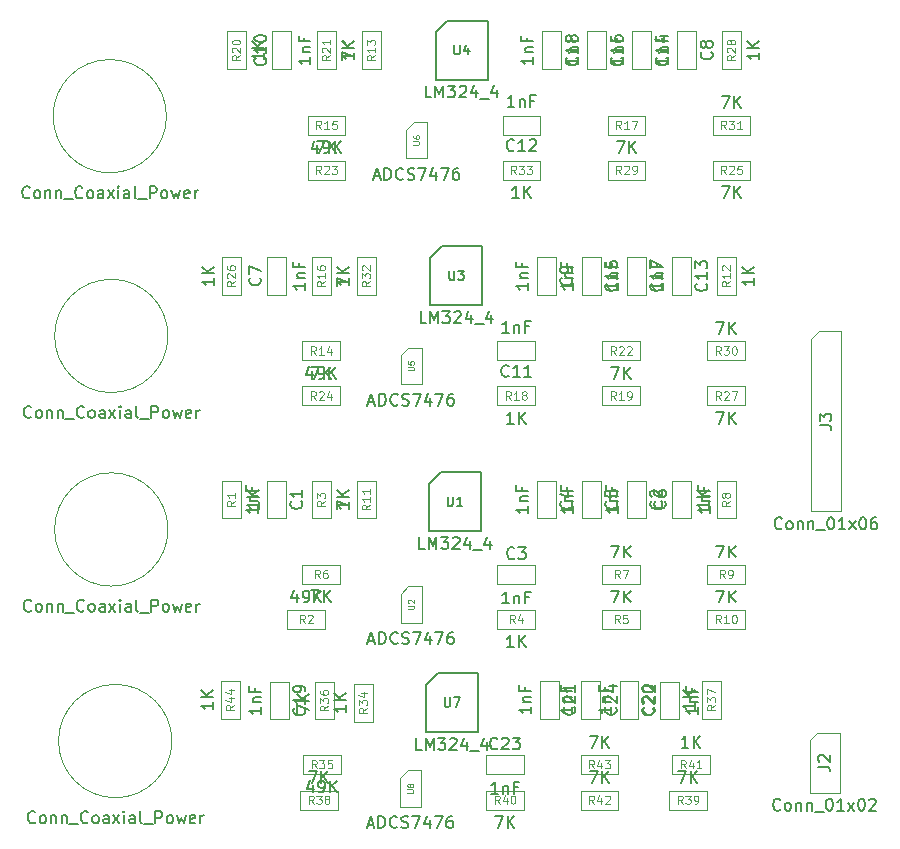
<source format=gbr>
G04 #@! TF.FileFunction,Other,Fab,Top*
%FSLAX46Y46*%
G04 Gerber Fmt 4.6, Leading zero omitted, Abs format (unit mm)*
G04 Created by KiCad (PCBNEW 4.0.7) date 12/27/18 16:20:45*
%MOMM*%
%LPD*%
G01*
G04 APERTURE LIST*
%ADD10C,0.100000*%
%ADD11C,0.150000*%
%ADD12C,0.105000*%
%ADD13C,0.075000*%
G04 APERTURE END LIST*
D10*
X73241000Y-111684000D02*
X74841000Y-111684000D01*
X73241000Y-114884000D02*
X73241000Y-111684000D01*
X74841000Y-114884000D02*
X73241000Y-114884000D01*
X74841000Y-111684000D02*
X74841000Y-114884000D01*
X103721000Y-111684000D02*
X105321000Y-111684000D01*
X103721000Y-114884000D02*
X103721000Y-111684000D01*
X105321000Y-114884000D02*
X103721000Y-114884000D01*
X105321000Y-111684000D02*
X105321000Y-114884000D01*
X92761000Y-120434000D02*
X92761000Y-118834000D01*
X95961000Y-120434000D02*
X92761000Y-120434000D01*
X95961000Y-118834000D02*
X95961000Y-120434000D01*
X92761000Y-118834000D02*
X95961000Y-118834000D01*
X96101000Y-111684000D02*
X97701000Y-111684000D01*
X96101000Y-114884000D02*
X96101000Y-111684000D01*
X97701000Y-114884000D02*
X96101000Y-114884000D01*
X97701000Y-111684000D02*
X97701000Y-114884000D01*
X99911000Y-111684000D02*
X101511000Y-111684000D01*
X99911000Y-114884000D02*
X99911000Y-111684000D01*
X101511000Y-114884000D02*
X99911000Y-114884000D01*
X101511000Y-111684000D02*
X101511000Y-114884000D01*
X109131000Y-114884000D02*
X107531000Y-114884000D01*
X109131000Y-111684000D02*
X109131000Y-114884000D01*
X107531000Y-111684000D02*
X109131000Y-111684000D01*
X107531000Y-114884000D02*
X107531000Y-111684000D01*
X74841000Y-95961000D02*
X73241000Y-95961000D01*
X74841000Y-92761000D02*
X74841000Y-95961000D01*
X73241000Y-92761000D02*
X74841000Y-92761000D01*
X73241000Y-95961000D02*
X73241000Y-92761000D01*
X107975500Y-73647500D02*
X109575500Y-73647500D01*
X107975500Y-76847500D02*
X107975500Y-73647500D01*
X109575500Y-76847500D02*
X107975500Y-76847500D01*
X109575500Y-73647500D02*
X109575500Y-76847500D01*
X96101000Y-92761000D02*
X97701000Y-92761000D01*
X96101000Y-95961000D02*
X96101000Y-92761000D01*
X97701000Y-95961000D02*
X96101000Y-95961000D01*
X97701000Y-92761000D02*
X97701000Y-95961000D01*
X75285500Y-76847500D02*
X73685500Y-76847500D01*
X75285500Y-73647500D02*
X75285500Y-76847500D01*
X73685500Y-73647500D02*
X75285500Y-73647500D01*
X73685500Y-76847500D02*
X73685500Y-73647500D01*
X95961000Y-99911000D02*
X95961000Y-101511000D01*
X92761000Y-99911000D02*
X95961000Y-99911000D01*
X92761000Y-101511000D02*
X92761000Y-99911000D01*
X95961000Y-101511000D02*
X92761000Y-101511000D01*
X96405500Y-80797500D02*
X96405500Y-82397500D01*
X93205500Y-80797500D02*
X96405500Y-80797500D01*
X93205500Y-82397500D02*
X93205500Y-80797500D01*
X96405500Y-82397500D02*
X93205500Y-82397500D01*
X107531000Y-92761000D02*
X109131000Y-92761000D01*
X107531000Y-95961000D02*
X107531000Y-92761000D01*
X109131000Y-95961000D02*
X107531000Y-95961000D01*
X109131000Y-92761000D02*
X109131000Y-95961000D01*
X104165500Y-73647500D02*
X105765500Y-73647500D01*
X104165500Y-76847500D02*
X104165500Y-73647500D01*
X105765500Y-76847500D02*
X104165500Y-76847500D01*
X105765500Y-73647500D02*
X105765500Y-76847500D01*
X99911000Y-92761000D02*
X101511000Y-92761000D01*
X99911000Y-95961000D02*
X99911000Y-92761000D01*
X101511000Y-95961000D02*
X99911000Y-95961000D01*
X101511000Y-92761000D02*
X101511000Y-95961000D01*
X100355500Y-73647500D02*
X101955500Y-73647500D01*
X100355500Y-76847500D02*
X100355500Y-73647500D01*
X101955500Y-76847500D02*
X100355500Y-76847500D01*
X101955500Y-73647500D02*
X101955500Y-76847500D01*
X103721000Y-92761000D02*
X105321000Y-92761000D01*
X103721000Y-95961000D02*
X103721000Y-92761000D01*
X105321000Y-95961000D02*
X103721000Y-95961000D01*
X105321000Y-92761000D02*
X105321000Y-95961000D01*
X96545500Y-73647500D02*
X98145500Y-73647500D01*
X96545500Y-76847500D02*
X96545500Y-73647500D01*
X98145500Y-76847500D02*
X96545500Y-76847500D01*
X98145500Y-73647500D02*
X98145500Y-76847500D01*
X73495000Y-128702000D02*
X75095000Y-128702000D01*
X73495000Y-131902000D02*
X73495000Y-128702000D01*
X75095000Y-131902000D02*
X73495000Y-131902000D01*
X75095000Y-128702000D02*
X75095000Y-131902000D01*
X108115000Y-131902000D02*
X106515000Y-131902000D01*
X108115000Y-128702000D02*
X108115000Y-131902000D01*
X106515000Y-128702000D02*
X108115000Y-128702000D01*
X106515000Y-131902000D02*
X106515000Y-128702000D01*
X96355000Y-128642000D02*
X97955000Y-128642000D01*
X96355000Y-131842000D02*
X96355000Y-128642000D01*
X97955000Y-131842000D02*
X96355000Y-131842000D01*
X97955000Y-128642000D02*
X97955000Y-131842000D01*
X103105000Y-128642000D02*
X104705000Y-128642000D01*
X103105000Y-131842000D02*
X103105000Y-128642000D01*
X104705000Y-131842000D02*
X103105000Y-131842000D01*
X104705000Y-128642000D02*
X104705000Y-131842000D01*
X91805000Y-136542000D02*
X91805000Y-134942000D01*
X95005000Y-136542000D02*
X91805000Y-136542000D01*
X95005000Y-134942000D02*
X95005000Y-136542000D01*
X91805000Y-134942000D02*
X95005000Y-134942000D01*
X99855000Y-128642000D02*
X101455000Y-128642000D01*
X99855000Y-131842000D02*
X99855000Y-128642000D01*
X101455000Y-131842000D02*
X99855000Y-131842000D01*
X101455000Y-128642000D02*
X101455000Y-131842000D01*
X65205000Y-133742000D02*
G75*
G03X65205000Y-133742000I-4800000J0D01*
G01*
X64871000Y-115824000D02*
G75*
G03X64871000Y-115824000I-4800000J0D01*
G01*
X64871000Y-99441000D02*
G75*
G03X64871000Y-99441000I-4800000J0D01*
G01*
X64744000Y-80835500D02*
G75*
G03X64744000Y-80835500I-4800000J0D01*
G01*
X71031000Y-114884000D02*
X69431000Y-114884000D01*
X71031000Y-111684000D02*
X71031000Y-114884000D01*
X69431000Y-111684000D02*
X71031000Y-111684000D01*
X69431000Y-114884000D02*
X69431000Y-111684000D01*
X78181000Y-122644000D02*
X78181000Y-124244000D01*
X74981000Y-122644000D02*
X78181000Y-122644000D01*
X74981000Y-124244000D02*
X74981000Y-122644000D01*
X78181000Y-124244000D02*
X74981000Y-124244000D01*
X78651000Y-114884000D02*
X77051000Y-114884000D01*
X78651000Y-111684000D02*
X78651000Y-114884000D01*
X77051000Y-111684000D02*
X78651000Y-111684000D01*
X77051000Y-114884000D02*
X77051000Y-111684000D01*
X92761000Y-124244000D02*
X92761000Y-122644000D01*
X95961000Y-124244000D02*
X92761000Y-124244000D01*
X95961000Y-122644000D02*
X95961000Y-124244000D01*
X92761000Y-122644000D02*
X95961000Y-122644000D01*
X104851000Y-122644000D02*
X104851000Y-124244000D01*
X101651000Y-122644000D02*
X104851000Y-122644000D01*
X101651000Y-124244000D02*
X101651000Y-122644000D01*
X104851000Y-124244000D02*
X101651000Y-124244000D01*
X76251000Y-120434000D02*
X76251000Y-118834000D01*
X79451000Y-120434000D02*
X76251000Y-120434000D01*
X79451000Y-118834000D02*
X79451000Y-120434000D01*
X76251000Y-118834000D02*
X79451000Y-118834000D01*
X104851000Y-118834000D02*
X104851000Y-120434000D01*
X101651000Y-118834000D02*
X104851000Y-118834000D01*
X101651000Y-120434000D02*
X101651000Y-118834000D01*
X104851000Y-120434000D02*
X101651000Y-120434000D01*
X111341000Y-111684000D02*
X112941000Y-111684000D01*
X111341000Y-114884000D02*
X111341000Y-111684000D01*
X112941000Y-114884000D02*
X111341000Y-114884000D01*
X112941000Y-111684000D02*
X112941000Y-114884000D01*
X113741000Y-118834000D02*
X113741000Y-120434000D01*
X110541000Y-118834000D02*
X113741000Y-118834000D01*
X110541000Y-120434000D02*
X110541000Y-118834000D01*
X113741000Y-120434000D02*
X110541000Y-120434000D01*
X113741000Y-122644000D02*
X113741000Y-124244000D01*
X110541000Y-122644000D02*
X113741000Y-122644000D01*
X110541000Y-124244000D02*
X110541000Y-122644000D01*
X113741000Y-124244000D02*
X110541000Y-124244000D01*
X80861000Y-111684000D02*
X82461000Y-111684000D01*
X80861000Y-114884000D02*
X80861000Y-111684000D01*
X82461000Y-114884000D02*
X80861000Y-114884000D01*
X82461000Y-111684000D02*
X82461000Y-114884000D01*
X112941000Y-95961000D02*
X111341000Y-95961000D01*
X112941000Y-92761000D02*
X112941000Y-95961000D01*
X111341000Y-92761000D02*
X112941000Y-92761000D01*
X111341000Y-95961000D02*
X111341000Y-92761000D01*
X81305500Y-73647500D02*
X82905500Y-73647500D01*
X81305500Y-76847500D02*
X81305500Y-73647500D01*
X82905500Y-76847500D02*
X81305500Y-76847500D01*
X82905500Y-73647500D02*
X82905500Y-76847500D01*
X76251000Y-101511000D02*
X76251000Y-99911000D01*
X79451000Y-101511000D02*
X76251000Y-101511000D01*
X79451000Y-99911000D02*
X79451000Y-101511000D01*
X76251000Y-99911000D02*
X79451000Y-99911000D01*
X76695500Y-82397500D02*
X76695500Y-80797500D01*
X79895500Y-82397500D02*
X76695500Y-82397500D01*
X79895500Y-80797500D02*
X79895500Y-82397500D01*
X76695500Y-80797500D02*
X79895500Y-80797500D01*
X78651000Y-95961000D02*
X77051000Y-95961000D01*
X78651000Y-92761000D02*
X78651000Y-95961000D01*
X77051000Y-92761000D02*
X78651000Y-92761000D01*
X77051000Y-95961000D02*
X77051000Y-92761000D01*
X102095500Y-82397500D02*
X102095500Y-80797500D01*
X105295500Y-82397500D02*
X102095500Y-82397500D01*
X105295500Y-80797500D02*
X105295500Y-82397500D01*
X102095500Y-80797500D02*
X105295500Y-80797500D01*
X92761000Y-105321000D02*
X92761000Y-103721000D01*
X95961000Y-105321000D02*
X92761000Y-105321000D01*
X95961000Y-103721000D02*
X95961000Y-105321000D01*
X92761000Y-103721000D02*
X95961000Y-103721000D01*
X104851000Y-103721000D02*
X104851000Y-105321000D01*
X101651000Y-103721000D02*
X104851000Y-103721000D01*
X101651000Y-105321000D02*
X101651000Y-103721000D01*
X104851000Y-105321000D02*
X101651000Y-105321000D01*
X71475500Y-76847500D02*
X69875500Y-76847500D01*
X71475500Y-73647500D02*
X71475500Y-76847500D01*
X69875500Y-73647500D02*
X71475500Y-73647500D01*
X69875500Y-76847500D02*
X69875500Y-73647500D01*
X79095500Y-76847500D02*
X77495500Y-76847500D01*
X79095500Y-73647500D02*
X79095500Y-76847500D01*
X77495500Y-73647500D02*
X79095500Y-73647500D01*
X77495500Y-76847500D02*
X77495500Y-73647500D01*
X101651000Y-101511000D02*
X101651000Y-99911000D01*
X104851000Y-101511000D02*
X101651000Y-101511000D01*
X104851000Y-99911000D02*
X104851000Y-101511000D01*
X101651000Y-99911000D02*
X104851000Y-99911000D01*
X79895500Y-84607500D02*
X79895500Y-86207500D01*
X76695500Y-84607500D02*
X79895500Y-84607500D01*
X76695500Y-86207500D02*
X76695500Y-84607500D01*
X79895500Y-86207500D02*
X76695500Y-86207500D01*
X79451000Y-103721000D02*
X79451000Y-105321000D01*
X76251000Y-103721000D02*
X79451000Y-103721000D01*
X76251000Y-105321000D02*
X76251000Y-103721000D01*
X79451000Y-105321000D02*
X76251000Y-105321000D01*
X110985500Y-86207500D02*
X110985500Y-84607500D01*
X114185500Y-86207500D02*
X110985500Y-86207500D01*
X114185500Y-84607500D02*
X114185500Y-86207500D01*
X110985500Y-84607500D02*
X114185500Y-84607500D01*
X69431000Y-92761000D02*
X71031000Y-92761000D01*
X69431000Y-95961000D02*
X69431000Y-92761000D01*
X71031000Y-95961000D02*
X69431000Y-95961000D01*
X71031000Y-92761000D02*
X71031000Y-95961000D01*
X110541000Y-105321000D02*
X110541000Y-103721000D01*
X113741000Y-105321000D02*
X110541000Y-105321000D01*
X113741000Y-103721000D02*
X113741000Y-105321000D01*
X110541000Y-103721000D02*
X113741000Y-103721000D01*
X113385500Y-76847500D02*
X111785500Y-76847500D01*
X113385500Y-73647500D02*
X113385500Y-76847500D01*
X111785500Y-73647500D02*
X113385500Y-73647500D01*
X111785500Y-76847500D02*
X111785500Y-73647500D01*
X105295500Y-84607500D02*
X105295500Y-86207500D01*
X102095500Y-84607500D02*
X105295500Y-84607500D01*
X102095500Y-86207500D02*
X102095500Y-84607500D01*
X105295500Y-86207500D02*
X102095500Y-86207500D01*
X113741000Y-99911000D02*
X113741000Y-101511000D01*
X110541000Y-99911000D02*
X113741000Y-99911000D01*
X110541000Y-101511000D02*
X110541000Y-99911000D01*
X113741000Y-101511000D02*
X110541000Y-101511000D01*
X114185500Y-80797500D02*
X114185500Y-82397500D01*
X110985500Y-80797500D02*
X114185500Y-80797500D01*
X110985500Y-82397500D02*
X110985500Y-80797500D01*
X114185500Y-82397500D02*
X110985500Y-82397500D01*
X80861000Y-92761000D02*
X82461000Y-92761000D01*
X80861000Y-95961000D02*
X80861000Y-92761000D01*
X82461000Y-95961000D02*
X80861000Y-95961000D01*
X82461000Y-92761000D02*
X82461000Y-95961000D01*
X93205500Y-86207500D02*
X93205500Y-84607500D01*
X96405500Y-86207500D02*
X93205500Y-86207500D01*
X96405500Y-84607500D02*
X96405500Y-86207500D01*
X93205500Y-84607500D02*
X96405500Y-84607500D01*
X80605000Y-128892000D02*
X82205000Y-128892000D01*
X80605000Y-132092000D02*
X80605000Y-128892000D01*
X82205000Y-132092000D02*
X80605000Y-132092000D01*
X82205000Y-128892000D02*
X82205000Y-132092000D01*
X76305000Y-136542000D02*
X76305000Y-134942000D01*
X79505000Y-136542000D02*
X76305000Y-136542000D01*
X79505000Y-134942000D02*
X79505000Y-136542000D01*
X76305000Y-134942000D02*
X79505000Y-134942000D01*
X78905000Y-131902000D02*
X77305000Y-131902000D01*
X78905000Y-128702000D02*
X78905000Y-131902000D01*
X77305000Y-128702000D02*
X78905000Y-128702000D01*
X77305000Y-131902000D02*
X77305000Y-128702000D01*
X110105000Y-128642000D02*
X111705000Y-128642000D01*
X110105000Y-131842000D02*
X110105000Y-128642000D01*
X111705000Y-131842000D02*
X110105000Y-131842000D01*
X111705000Y-128642000D02*
X111705000Y-131842000D01*
X79255000Y-137942000D02*
X79255000Y-139542000D01*
X76055000Y-137942000D02*
X79255000Y-137942000D01*
X76055000Y-139542000D02*
X76055000Y-137942000D01*
X79255000Y-139542000D02*
X76055000Y-139542000D01*
X110505000Y-137942000D02*
X110505000Y-139542000D01*
X107305000Y-137942000D02*
X110505000Y-137942000D01*
X107305000Y-139542000D02*
X107305000Y-137942000D01*
X110505000Y-139542000D02*
X107305000Y-139542000D01*
X91805000Y-139542000D02*
X91805000Y-137942000D01*
X95005000Y-139542000D02*
X91805000Y-139542000D01*
X95005000Y-137942000D02*
X95005000Y-139542000D01*
X91805000Y-137942000D02*
X95005000Y-137942000D01*
X110755000Y-134942000D02*
X110755000Y-136542000D01*
X107555000Y-134942000D02*
X110755000Y-134942000D01*
X107555000Y-136542000D02*
X107555000Y-134942000D01*
X110755000Y-136542000D02*
X107555000Y-136542000D01*
X103005000Y-137942000D02*
X103005000Y-139542000D01*
X99805000Y-137942000D02*
X103005000Y-137942000D01*
X99805000Y-139542000D02*
X99805000Y-137942000D01*
X103005000Y-139542000D02*
X99805000Y-139542000D01*
X103005000Y-134942000D02*
X103005000Y-136542000D01*
X99805000Y-134942000D02*
X103005000Y-134942000D01*
X99805000Y-136542000D02*
X99805000Y-134942000D01*
X103005000Y-136542000D02*
X99805000Y-136542000D01*
X69355000Y-128642000D02*
X70955000Y-128642000D01*
X69355000Y-131842000D02*
X69355000Y-128642000D01*
X70955000Y-131842000D02*
X69355000Y-131842000D01*
X70955000Y-128642000D02*
X70955000Y-131842000D01*
D11*
X87951000Y-110984000D02*
X91351000Y-110984000D01*
X91351000Y-110984000D02*
X91351000Y-115984000D01*
X91351000Y-115984000D02*
X86951000Y-115984000D01*
X86951000Y-115984000D02*
X86951000Y-111984000D01*
X86951000Y-111984000D02*
X87951000Y-110984000D01*
D10*
X84571000Y-121274000D02*
X85221000Y-120624000D01*
X86371000Y-120624000D02*
X85221000Y-120624000D01*
X84571000Y-121274000D02*
X84571000Y-123724000D01*
X86371000Y-123724000D02*
X84571000Y-123724000D01*
X86371000Y-120624000D02*
X86371000Y-123724000D01*
D11*
X88081000Y-91861000D02*
X91481000Y-91861000D01*
X91481000Y-91861000D02*
X91481000Y-96861000D01*
X91481000Y-96861000D02*
X87081000Y-96861000D01*
X87081000Y-96861000D02*
X87081000Y-92861000D01*
X87081000Y-92861000D02*
X88081000Y-91861000D01*
X88525500Y-72747500D02*
X91925500Y-72747500D01*
X91925500Y-72747500D02*
X91925500Y-77747500D01*
X91925500Y-77747500D02*
X87525500Y-77747500D01*
X87525500Y-77747500D02*
X87525500Y-73747500D01*
X87525500Y-73747500D02*
X88525500Y-72747500D01*
D10*
X84571000Y-101081000D02*
X85221000Y-100431000D01*
X86371000Y-100431000D02*
X85221000Y-100431000D01*
X84571000Y-101081000D02*
X84571000Y-103531000D01*
X86371000Y-103531000D02*
X84571000Y-103531000D01*
X86371000Y-100431000D02*
X86371000Y-103531000D01*
X85015500Y-81967500D02*
X85665500Y-81317500D01*
X86815500Y-81317500D02*
X85665500Y-81317500D01*
X85015500Y-81967500D02*
X85015500Y-84417500D01*
X86815500Y-84417500D02*
X85015500Y-84417500D01*
X86815500Y-81317500D02*
X86815500Y-84417500D01*
D11*
X87705000Y-127992000D02*
X91105000Y-127992000D01*
X91105000Y-127992000D02*
X91105000Y-132992000D01*
X91105000Y-132992000D02*
X86705000Y-132992000D01*
X86705000Y-132992000D02*
X86705000Y-128992000D01*
X86705000Y-128992000D02*
X87705000Y-127992000D01*
D10*
X84505000Y-136842000D02*
X85155000Y-136192000D01*
X86305000Y-136192000D02*
X85155000Y-136192000D01*
X84505000Y-136842000D02*
X84505000Y-139292000D01*
X86305000Y-139292000D02*
X84505000Y-139292000D01*
X86305000Y-136192000D02*
X86305000Y-139292000D01*
X119951500Y-99060000D02*
X121856500Y-99060000D01*
X121856500Y-99060000D02*
X121856500Y-114300000D01*
X121856500Y-114300000D02*
X119316500Y-114300000D01*
X119316500Y-114300000D02*
X119316500Y-99695000D01*
X119316500Y-99695000D02*
X119951500Y-99060000D01*
X119824500Y-133032500D02*
X121729500Y-133032500D01*
X121729500Y-133032500D02*
X121729500Y-138112500D01*
X121729500Y-138112500D02*
X119189500Y-138112500D01*
X119189500Y-138112500D02*
X119189500Y-133667500D01*
X119189500Y-133667500D02*
X119824500Y-133032500D01*
D11*
X72493381Y-113879238D02*
X72493381Y-114450667D01*
X72493381Y-114164953D02*
X71493381Y-114164953D01*
X71636238Y-114260191D01*
X71731476Y-114355429D01*
X71779095Y-114450667D01*
X71826714Y-113450667D02*
X72493381Y-113450667D01*
X71921952Y-113450667D02*
X71874333Y-113403048D01*
X71826714Y-113307810D01*
X71826714Y-113164952D01*
X71874333Y-113069714D01*
X71969571Y-113022095D01*
X72493381Y-113022095D01*
X71969571Y-112212571D02*
X71969571Y-112545905D01*
X72493381Y-112545905D02*
X71493381Y-112545905D01*
X71493381Y-112069714D01*
X76148143Y-113450666D02*
X76195762Y-113498285D01*
X76243381Y-113641142D01*
X76243381Y-113736380D01*
X76195762Y-113879238D01*
X76100524Y-113974476D01*
X76005286Y-114022095D01*
X75814810Y-114069714D01*
X75671952Y-114069714D01*
X75481476Y-114022095D01*
X75386238Y-113974476D01*
X75291000Y-113879238D01*
X75243381Y-113736380D01*
X75243381Y-113641142D01*
X75291000Y-113498285D01*
X75338619Y-113450666D01*
X76243381Y-112498285D02*
X76243381Y-113069714D01*
X76243381Y-112784000D02*
X75243381Y-112784000D01*
X75386238Y-112879238D01*
X75481476Y-112974476D01*
X75529095Y-113069714D01*
X102973381Y-113879238D02*
X102973381Y-114450667D01*
X102973381Y-114164953D02*
X101973381Y-114164953D01*
X102116238Y-114260191D01*
X102211476Y-114355429D01*
X102259095Y-114450667D01*
X102306714Y-113450667D02*
X102973381Y-113450667D01*
X102401952Y-113450667D02*
X102354333Y-113403048D01*
X102306714Y-113307810D01*
X102306714Y-113164952D01*
X102354333Y-113069714D01*
X102449571Y-113022095D01*
X102973381Y-113022095D01*
X102449571Y-112212571D02*
X102449571Y-112545905D01*
X102973381Y-112545905D02*
X101973381Y-112545905D01*
X101973381Y-112069714D01*
X106628143Y-113450666D02*
X106675762Y-113498285D01*
X106723381Y-113641142D01*
X106723381Y-113736380D01*
X106675762Y-113879238D01*
X106580524Y-113974476D01*
X106485286Y-114022095D01*
X106294810Y-114069714D01*
X106151952Y-114069714D01*
X105961476Y-114022095D01*
X105866238Y-113974476D01*
X105771000Y-113879238D01*
X105723381Y-113736380D01*
X105723381Y-113641142D01*
X105771000Y-113498285D01*
X105818619Y-113450666D01*
X105818619Y-113069714D02*
X105771000Y-113022095D01*
X105723381Y-112926857D01*
X105723381Y-112688761D01*
X105771000Y-112593523D01*
X105818619Y-112545904D01*
X105913857Y-112498285D01*
X106009095Y-112498285D01*
X106151952Y-112545904D01*
X106723381Y-113117333D01*
X106723381Y-112498285D01*
X93765762Y-122086381D02*
X93194333Y-122086381D01*
X93480047Y-122086381D02*
X93480047Y-121086381D01*
X93384809Y-121229238D01*
X93289571Y-121324476D01*
X93194333Y-121372095D01*
X94194333Y-121419714D02*
X94194333Y-122086381D01*
X94194333Y-121514952D02*
X94241952Y-121467333D01*
X94337190Y-121419714D01*
X94480048Y-121419714D01*
X94575286Y-121467333D01*
X94622905Y-121562571D01*
X94622905Y-122086381D01*
X95432429Y-121562571D02*
X95099095Y-121562571D01*
X95099095Y-122086381D02*
X95099095Y-121086381D01*
X95575286Y-121086381D01*
X94194334Y-118241143D02*
X94146715Y-118288762D01*
X94003858Y-118336381D01*
X93908620Y-118336381D01*
X93765762Y-118288762D01*
X93670524Y-118193524D01*
X93622905Y-118098286D01*
X93575286Y-117907810D01*
X93575286Y-117764952D01*
X93622905Y-117574476D01*
X93670524Y-117479238D01*
X93765762Y-117384000D01*
X93908620Y-117336381D01*
X94003858Y-117336381D01*
X94146715Y-117384000D01*
X94194334Y-117431619D01*
X94527667Y-117336381D02*
X95146715Y-117336381D01*
X94813381Y-117717333D01*
X94956239Y-117717333D01*
X95051477Y-117764952D01*
X95099096Y-117812571D01*
X95146715Y-117907810D01*
X95146715Y-118145905D01*
X95099096Y-118241143D01*
X95051477Y-118288762D01*
X94956239Y-118336381D01*
X94670524Y-118336381D01*
X94575286Y-118288762D01*
X94527667Y-118241143D01*
X95353381Y-113879238D02*
X95353381Y-114450667D01*
X95353381Y-114164953D02*
X94353381Y-114164953D01*
X94496238Y-114260191D01*
X94591476Y-114355429D01*
X94639095Y-114450667D01*
X94686714Y-113450667D02*
X95353381Y-113450667D01*
X94781952Y-113450667D02*
X94734333Y-113403048D01*
X94686714Y-113307810D01*
X94686714Y-113164952D01*
X94734333Y-113069714D01*
X94829571Y-113022095D01*
X95353381Y-113022095D01*
X94829571Y-112212571D02*
X94829571Y-112545905D01*
X95353381Y-112545905D02*
X94353381Y-112545905D01*
X94353381Y-112069714D01*
X99008143Y-113450666D02*
X99055762Y-113498285D01*
X99103381Y-113641142D01*
X99103381Y-113736380D01*
X99055762Y-113879238D01*
X98960524Y-113974476D01*
X98865286Y-114022095D01*
X98674810Y-114069714D01*
X98531952Y-114069714D01*
X98341476Y-114022095D01*
X98246238Y-113974476D01*
X98151000Y-113879238D01*
X98103381Y-113736380D01*
X98103381Y-113641142D01*
X98151000Y-113498285D01*
X98198619Y-113450666D01*
X98436714Y-112593523D02*
X99103381Y-112593523D01*
X98055762Y-112831619D02*
X98770048Y-113069714D01*
X98770048Y-112450666D01*
X99163381Y-113879238D02*
X99163381Y-114450667D01*
X99163381Y-114164953D02*
X98163381Y-114164953D01*
X98306238Y-114260191D01*
X98401476Y-114355429D01*
X98449095Y-114450667D01*
X98496714Y-113450667D02*
X99163381Y-113450667D01*
X98591952Y-113450667D02*
X98544333Y-113403048D01*
X98496714Y-113307810D01*
X98496714Y-113164952D01*
X98544333Y-113069714D01*
X98639571Y-113022095D01*
X99163381Y-113022095D01*
X98639571Y-112212571D02*
X98639571Y-112545905D01*
X99163381Y-112545905D02*
X98163381Y-112545905D01*
X98163381Y-112069714D01*
X102818143Y-113450666D02*
X102865762Y-113498285D01*
X102913381Y-113641142D01*
X102913381Y-113736380D01*
X102865762Y-113879238D01*
X102770524Y-113974476D01*
X102675286Y-114022095D01*
X102484810Y-114069714D01*
X102341952Y-114069714D01*
X102151476Y-114022095D01*
X102056238Y-113974476D01*
X101961000Y-113879238D01*
X101913381Y-113736380D01*
X101913381Y-113641142D01*
X101961000Y-113498285D01*
X102008619Y-113450666D01*
X101913381Y-112545904D02*
X101913381Y-113022095D01*
X102389571Y-113069714D01*
X102341952Y-113022095D01*
X102294333Y-112926857D01*
X102294333Y-112688761D01*
X102341952Y-112593523D01*
X102389571Y-112545904D01*
X102484810Y-112498285D01*
X102722905Y-112498285D01*
X102818143Y-112545904D01*
X102865762Y-112593523D01*
X102913381Y-112688761D01*
X102913381Y-112926857D01*
X102865762Y-113022095D01*
X102818143Y-113069714D01*
X110783381Y-113879238D02*
X110783381Y-114450667D01*
X110783381Y-114164953D02*
X109783381Y-114164953D01*
X109926238Y-114260191D01*
X110021476Y-114355429D01*
X110069095Y-114450667D01*
X110116714Y-113450667D02*
X110783381Y-113450667D01*
X110211952Y-113450667D02*
X110164333Y-113403048D01*
X110116714Y-113307810D01*
X110116714Y-113164952D01*
X110164333Y-113069714D01*
X110259571Y-113022095D01*
X110783381Y-113022095D01*
X110259571Y-112212571D02*
X110259571Y-112545905D01*
X110783381Y-112545905D02*
X109783381Y-112545905D01*
X109783381Y-112069714D01*
X106938143Y-113450666D02*
X106985762Y-113498285D01*
X107033381Y-113641142D01*
X107033381Y-113736380D01*
X106985762Y-113879238D01*
X106890524Y-113974476D01*
X106795286Y-114022095D01*
X106604810Y-114069714D01*
X106461952Y-114069714D01*
X106271476Y-114022095D01*
X106176238Y-113974476D01*
X106081000Y-113879238D01*
X106033381Y-113736380D01*
X106033381Y-113641142D01*
X106081000Y-113498285D01*
X106128619Y-113450666D01*
X106033381Y-112593523D02*
X106033381Y-112784000D01*
X106081000Y-112879238D01*
X106128619Y-112926857D01*
X106271476Y-113022095D01*
X106461952Y-113069714D01*
X106842905Y-113069714D01*
X106938143Y-113022095D01*
X106985762Y-112974476D01*
X107033381Y-112879238D01*
X107033381Y-112688761D01*
X106985762Y-112593523D01*
X106938143Y-112545904D01*
X106842905Y-112498285D01*
X106604810Y-112498285D01*
X106509571Y-112545904D01*
X106461952Y-112593523D01*
X106414333Y-112688761D01*
X106414333Y-112879238D01*
X106461952Y-112974476D01*
X106509571Y-113022095D01*
X106604810Y-113069714D01*
X76493381Y-94956238D02*
X76493381Y-95527667D01*
X76493381Y-95241953D02*
X75493381Y-95241953D01*
X75636238Y-95337191D01*
X75731476Y-95432429D01*
X75779095Y-95527667D01*
X75826714Y-94527667D02*
X76493381Y-94527667D01*
X75921952Y-94527667D02*
X75874333Y-94480048D01*
X75826714Y-94384810D01*
X75826714Y-94241952D01*
X75874333Y-94146714D01*
X75969571Y-94099095D01*
X76493381Y-94099095D01*
X75969571Y-93289571D02*
X75969571Y-93622905D01*
X76493381Y-93622905D02*
X75493381Y-93622905D01*
X75493381Y-93146714D01*
X72648143Y-94527666D02*
X72695762Y-94575285D01*
X72743381Y-94718142D01*
X72743381Y-94813380D01*
X72695762Y-94956238D01*
X72600524Y-95051476D01*
X72505286Y-95099095D01*
X72314810Y-95146714D01*
X72171952Y-95146714D01*
X71981476Y-95099095D01*
X71886238Y-95051476D01*
X71791000Y-94956238D01*
X71743381Y-94813380D01*
X71743381Y-94718142D01*
X71791000Y-94575285D01*
X71838619Y-94527666D01*
X71743381Y-94194333D02*
X71743381Y-93527666D01*
X72743381Y-93956238D01*
X107227881Y-75842738D02*
X107227881Y-76414167D01*
X107227881Y-76128453D02*
X106227881Y-76128453D01*
X106370738Y-76223691D01*
X106465976Y-76318929D01*
X106513595Y-76414167D01*
X106561214Y-75414167D02*
X107227881Y-75414167D01*
X106656452Y-75414167D02*
X106608833Y-75366548D01*
X106561214Y-75271310D01*
X106561214Y-75128452D01*
X106608833Y-75033214D01*
X106704071Y-74985595D01*
X107227881Y-74985595D01*
X106704071Y-74176071D02*
X106704071Y-74509405D01*
X107227881Y-74509405D02*
X106227881Y-74509405D01*
X106227881Y-74033214D01*
X110882643Y-75414166D02*
X110930262Y-75461785D01*
X110977881Y-75604642D01*
X110977881Y-75699880D01*
X110930262Y-75842738D01*
X110835024Y-75937976D01*
X110739786Y-75985595D01*
X110549310Y-76033214D01*
X110406452Y-76033214D01*
X110215976Y-75985595D01*
X110120738Y-75937976D01*
X110025500Y-75842738D01*
X109977881Y-75699880D01*
X109977881Y-75604642D01*
X110025500Y-75461785D01*
X110073119Y-75414166D01*
X110406452Y-74842738D02*
X110358833Y-74937976D01*
X110311214Y-74985595D01*
X110215976Y-75033214D01*
X110168357Y-75033214D01*
X110073119Y-74985595D01*
X110025500Y-74937976D01*
X109977881Y-74842738D01*
X109977881Y-74652261D01*
X110025500Y-74557023D01*
X110073119Y-74509404D01*
X110168357Y-74461785D01*
X110215976Y-74461785D01*
X110311214Y-74509404D01*
X110358833Y-74557023D01*
X110406452Y-74652261D01*
X110406452Y-74842738D01*
X110454071Y-74937976D01*
X110501690Y-74985595D01*
X110596929Y-75033214D01*
X110787405Y-75033214D01*
X110882643Y-74985595D01*
X110930262Y-74937976D01*
X110977881Y-74842738D01*
X110977881Y-74652261D01*
X110930262Y-74557023D01*
X110882643Y-74509404D01*
X110787405Y-74461785D01*
X110596929Y-74461785D01*
X110501690Y-74509404D01*
X110454071Y-74557023D01*
X110406452Y-74652261D01*
X95353381Y-94956238D02*
X95353381Y-95527667D01*
X95353381Y-95241953D02*
X94353381Y-95241953D01*
X94496238Y-95337191D01*
X94591476Y-95432429D01*
X94639095Y-95527667D01*
X94686714Y-94527667D02*
X95353381Y-94527667D01*
X94781952Y-94527667D02*
X94734333Y-94480048D01*
X94686714Y-94384810D01*
X94686714Y-94241952D01*
X94734333Y-94146714D01*
X94829571Y-94099095D01*
X95353381Y-94099095D01*
X94829571Y-93289571D02*
X94829571Y-93622905D01*
X95353381Y-93622905D02*
X94353381Y-93622905D01*
X94353381Y-93146714D01*
X99008143Y-94527666D02*
X99055762Y-94575285D01*
X99103381Y-94718142D01*
X99103381Y-94813380D01*
X99055762Y-94956238D01*
X98960524Y-95051476D01*
X98865286Y-95099095D01*
X98674810Y-95146714D01*
X98531952Y-95146714D01*
X98341476Y-95099095D01*
X98246238Y-95051476D01*
X98151000Y-94956238D01*
X98103381Y-94813380D01*
X98103381Y-94718142D01*
X98151000Y-94575285D01*
X98198619Y-94527666D01*
X99103381Y-94051476D02*
X99103381Y-93861000D01*
X99055762Y-93765761D01*
X99008143Y-93718142D01*
X98865286Y-93622904D01*
X98674810Y-93575285D01*
X98293857Y-93575285D01*
X98198619Y-93622904D01*
X98151000Y-93670523D01*
X98103381Y-93765761D01*
X98103381Y-93956238D01*
X98151000Y-94051476D01*
X98198619Y-94099095D01*
X98293857Y-94146714D01*
X98531952Y-94146714D01*
X98627190Y-94099095D01*
X98674810Y-94051476D01*
X98722429Y-93956238D01*
X98722429Y-93765761D01*
X98674810Y-93670523D01*
X98627190Y-93622904D01*
X98531952Y-93575285D01*
X76937881Y-75842738D02*
X76937881Y-76414167D01*
X76937881Y-76128453D02*
X75937881Y-76128453D01*
X76080738Y-76223691D01*
X76175976Y-76318929D01*
X76223595Y-76414167D01*
X76271214Y-75414167D02*
X76937881Y-75414167D01*
X76366452Y-75414167D02*
X76318833Y-75366548D01*
X76271214Y-75271310D01*
X76271214Y-75128452D01*
X76318833Y-75033214D01*
X76414071Y-74985595D01*
X76937881Y-74985595D01*
X76414071Y-74176071D02*
X76414071Y-74509405D01*
X76937881Y-74509405D02*
X75937881Y-74509405D01*
X75937881Y-74033214D01*
X73092643Y-75890357D02*
X73140262Y-75937976D01*
X73187881Y-76080833D01*
X73187881Y-76176071D01*
X73140262Y-76318929D01*
X73045024Y-76414167D01*
X72949786Y-76461786D01*
X72759310Y-76509405D01*
X72616452Y-76509405D01*
X72425976Y-76461786D01*
X72330738Y-76414167D01*
X72235500Y-76318929D01*
X72187881Y-76176071D01*
X72187881Y-76080833D01*
X72235500Y-75937976D01*
X72283119Y-75890357D01*
X73187881Y-74937976D02*
X73187881Y-75509405D01*
X73187881Y-75223691D02*
X72187881Y-75223691D01*
X72330738Y-75318929D01*
X72425976Y-75414167D01*
X72473595Y-75509405D01*
X72187881Y-74318929D02*
X72187881Y-74223690D01*
X72235500Y-74128452D01*
X72283119Y-74080833D01*
X72378357Y-74033214D01*
X72568833Y-73985595D01*
X72806929Y-73985595D01*
X72997405Y-74033214D01*
X73092643Y-74080833D01*
X73140262Y-74128452D01*
X73187881Y-74223690D01*
X73187881Y-74318929D01*
X73140262Y-74414167D01*
X73092643Y-74461786D01*
X72997405Y-74509405D01*
X72806929Y-74557024D01*
X72568833Y-74557024D01*
X72378357Y-74509405D01*
X72283119Y-74461786D01*
X72235500Y-74414167D01*
X72187881Y-74318929D01*
X93765762Y-99163381D02*
X93194333Y-99163381D01*
X93480047Y-99163381D02*
X93480047Y-98163381D01*
X93384809Y-98306238D01*
X93289571Y-98401476D01*
X93194333Y-98449095D01*
X94194333Y-98496714D02*
X94194333Y-99163381D01*
X94194333Y-98591952D02*
X94241952Y-98544333D01*
X94337190Y-98496714D01*
X94480048Y-98496714D01*
X94575286Y-98544333D01*
X94622905Y-98639571D01*
X94622905Y-99163381D01*
X95432429Y-98639571D02*
X95099095Y-98639571D01*
X95099095Y-99163381D02*
X95099095Y-98163381D01*
X95575286Y-98163381D01*
X93718143Y-102818143D02*
X93670524Y-102865762D01*
X93527667Y-102913381D01*
X93432429Y-102913381D01*
X93289571Y-102865762D01*
X93194333Y-102770524D01*
X93146714Y-102675286D01*
X93099095Y-102484810D01*
X93099095Y-102341952D01*
X93146714Y-102151476D01*
X93194333Y-102056238D01*
X93289571Y-101961000D01*
X93432429Y-101913381D01*
X93527667Y-101913381D01*
X93670524Y-101961000D01*
X93718143Y-102008619D01*
X94670524Y-102913381D02*
X94099095Y-102913381D01*
X94384809Y-102913381D02*
X94384809Y-101913381D01*
X94289571Y-102056238D01*
X94194333Y-102151476D01*
X94099095Y-102199095D01*
X95622905Y-102913381D02*
X95051476Y-102913381D01*
X95337190Y-102913381D02*
X95337190Y-101913381D01*
X95241952Y-102056238D01*
X95146714Y-102151476D01*
X95051476Y-102199095D01*
X94210262Y-80049881D02*
X93638833Y-80049881D01*
X93924547Y-80049881D02*
X93924547Y-79049881D01*
X93829309Y-79192738D01*
X93734071Y-79287976D01*
X93638833Y-79335595D01*
X94638833Y-79383214D02*
X94638833Y-80049881D01*
X94638833Y-79478452D02*
X94686452Y-79430833D01*
X94781690Y-79383214D01*
X94924548Y-79383214D01*
X95019786Y-79430833D01*
X95067405Y-79526071D01*
X95067405Y-80049881D01*
X95876929Y-79526071D02*
X95543595Y-79526071D01*
X95543595Y-80049881D02*
X95543595Y-79049881D01*
X96019786Y-79049881D01*
X94162643Y-83704643D02*
X94115024Y-83752262D01*
X93972167Y-83799881D01*
X93876929Y-83799881D01*
X93734071Y-83752262D01*
X93638833Y-83657024D01*
X93591214Y-83561786D01*
X93543595Y-83371310D01*
X93543595Y-83228452D01*
X93591214Y-83037976D01*
X93638833Y-82942738D01*
X93734071Y-82847500D01*
X93876929Y-82799881D01*
X93972167Y-82799881D01*
X94115024Y-82847500D01*
X94162643Y-82895119D01*
X95115024Y-83799881D02*
X94543595Y-83799881D01*
X94829309Y-83799881D02*
X94829309Y-82799881D01*
X94734071Y-82942738D01*
X94638833Y-83037976D01*
X94543595Y-83085595D01*
X95495976Y-82895119D02*
X95543595Y-82847500D01*
X95638833Y-82799881D01*
X95876929Y-82799881D01*
X95972167Y-82847500D01*
X96019786Y-82895119D01*
X96067405Y-82990357D01*
X96067405Y-83085595D01*
X96019786Y-83228452D01*
X95448357Y-83799881D01*
X96067405Y-83799881D01*
X106783381Y-94956238D02*
X106783381Y-95527667D01*
X106783381Y-95241953D02*
X105783381Y-95241953D01*
X105926238Y-95337191D01*
X106021476Y-95432429D01*
X106069095Y-95527667D01*
X106116714Y-94527667D02*
X106783381Y-94527667D01*
X106211952Y-94527667D02*
X106164333Y-94480048D01*
X106116714Y-94384810D01*
X106116714Y-94241952D01*
X106164333Y-94146714D01*
X106259571Y-94099095D01*
X106783381Y-94099095D01*
X106259571Y-93289571D02*
X106259571Y-93622905D01*
X106783381Y-93622905D02*
X105783381Y-93622905D01*
X105783381Y-93146714D01*
X110438143Y-95003857D02*
X110485762Y-95051476D01*
X110533381Y-95194333D01*
X110533381Y-95289571D01*
X110485762Y-95432429D01*
X110390524Y-95527667D01*
X110295286Y-95575286D01*
X110104810Y-95622905D01*
X109961952Y-95622905D01*
X109771476Y-95575286D01*
X109676238Y-95527667D01*
X109581000Y-95432429D01*
X109533381Y-95289571D01*
X109533381Y-95194333D01*
X109581000Y-95051476D01*
X109628619Y-95003857D01*
X110533381Y-94051476D02*
X110533381Y-94622905D01*
X110533381Y-94337191D02*
X109533381Y-94337191D01*
X109676238Y-94432429D01*
X109771476Y-94527667D01*
X109819095Y-94622905D01*
X109533381Y-93718143D02*
X109533381Y-93099095D01*
X109914333Y-93432429D01*
X109914333Y-93289571D01*
X109961952Y-93194333D01*
X110009571Y-93146714D01*
X110104810Y-93099095D01*
X110342905Y-93099095D01*
X110438143Y-93146714D01*
X110485762Y-93194333D01*
X110533381Y-93289571D01*
X110533381Y-93575286D01*
X110485762Y-93670524D01*
X110438143Y-93718143D01*
X103417881Y-75842738D02*
X103417881Y-76414167D01*
X103417881Y-76128453D02*
X102417881Y-76128453D01*
X102560738Y-76223691D01*
X102655976Y-76318929D01*
X102703595Y-76414167D01*
X102751214Y-75414167D02*
X103417881Y-75414167D01*
X102846452Y-75414167D02*
X102798833Y-75366548D01*
X102751214Y-75271310D01*
X102751214Y-75128452D01*
X102798833Y-75033214D01*
X102894071Y-74985595D01*
X103417881Y-74985595D01*
X102894071Y-74176071D02*
X102894071Y-74509405D01*
X103417881Y-74509405D02*
X102417881Y-74509405D01*
X102417881Y-74033214D01*
X107072643Y-75890357D02*
X107120262Y-75937976D01*
X107167881Y-76080833D01*
X107167881Y-76176071D01*
X107120262Y-76318929D01*
X107025024Y-76414167D01*
X106929786Y-76461786D01*
X106739310Y-76509405D01*
X106596452Y-76509405D01*
X106405976Y-76461786D01*
X106310738Y-76414167D01*
X106215500Y-76318929D01*
X106167881Y-76176071D01*
X106167881Y-76080833D01*
X106215500Y-75937976D01*
X106263119Y-75890357D01*
X107167881Y-74937976D02*
X107167881Y-75509405D01*
X107167881Y-75223691D02*
X106167881Y-75223691D01*
X106310738Y-75318929D01*
X106405976Y-75414167D01*
X106453595Y-75509405D01*
X106501214Y-74080833D02*
X107167881Y-74080833D01*
X106120262Y-74318929D02*
X106834548Y-74557024D01*
X106834548Y-73937976D01*
X99163381Y-94956238D02*
X99163381Y-95527667D01*
X99163381Y-95241953D02*
X98163381Y-95241953D01*
X98306238Y-95337191D01*
X98401476Y-95432429D01*
X98449095Y-95527667D01*
X98496714Y-94527667D02*
X99163381Y-94527667D01*
X98591952Y-94527667D02*
X98544333Y-94480048D01*
X98496714Y-94384810D01*
X98496714Y-94241952D01*
X98544333Y-94146714D01*
X98639571Y-94099095D01*
X99163381Y-94099095D01*
X98639571Y-93289571D02*
X98639571Y-93622905D01*
X99163381Y-93622905D02*
X98163381Y-93622905D01*
X98163381Y-93146714D01*
X102818143Y-95003857D02*
X102865762Y-95051476D01*
X102913381Y-95194333D01*
X102913381Y-95289571D01*
X102865762Y-95432429D01*
X102770524Y-95527667D01*
X102675286Y-95575286D01*
X102484810Y-95622905D01*
X102341952Y-95622905D01*
X102151476Y-95575286D01*
X102056238Y-95527667D01*
X101961000Y-95432429D01*
X101913381Y-95289571D01*
X101913381Y-95194333D01*
X101961000Y-95051476D01*
X102008619Y-95003857D01*
X102913381Y-94051476D02*
X102913381Y-94622905D01*
X102913381Y-94337191D02*
X101913381Y-94337191D01*
X102056238Y-94432429D01*
X102151476Y-94527667D01*
X102199095Y-94622905D01*
X101913381Y-93146714D02*
X101913381Y-93622905D01*
X102389571Y-93670524D01*
X102341952Y-93622905D01*
X102294333Y-93527667D01*
X102294333Y-93289571D01*
X102341952Y-93194333D01*
X102389571Y-93146714D01*
X102484810Y-93099095D01*
X102722905Y-93099095D01*
X102818143Y-93146714D01*
X102865762Y-93194333D01*
X102913381Y-93289571D01*
X102913381Y-93527667D01*
X102865762Y-93622905D01*
X102818143Y-93670524D01*
X99607881Y-75842738D02*
X99607881Y-76414167D01*
X99607881Y-76128453D02*
X98607881Y-76128453D01*
X98750738Y-76223691D01*
X98845976Y-76318929D01*
X98893595Y-76414167D01*
X98941214Y-75414167D02*
X99607881Y-75414167D01*
X99036452Y-75414167D02*
X98988833Y-75366548D01*
X98941214Y-75271310D01*
X98941214Y-75128452D01*
X98988833Y-75033214D01*
X99084071Y-74985595D01*
X99607881Y-74985595D01*
X99084071Y-74176071D02*
X99084071Y-74509405D01*
X99607881Y-74509405D02*
X98607881Y-74509405D01*
X98607881Y-74033214D01*
X103262643Y-75890357D02*
X103310262Y-75937976D01*
X103357881Y-76080833D01*
X103357881Y-76176071D01*
X103310262Y-76318929D01*
X103215024Y-76414167D01*
X103119786Y-76461786D01*
X102929310Y-76509405D01*
X102786452Y-76509405D01*
X102595976Y-76461786D01*
X102500738Y-76414167D01*
X102405500Y-76318929D01*
X102357881Y-76176071D01*
X102357881Y-76080833D01*
X102405500Y-75937976D01*
X102453119Y-75890357D01*
X103357881Y-74937976D02*
X103357881Y-75509405D01*
X103357881Y-75223691D02*
X102357881Y-75223691D01*
X102500738Y-75318929D01*
X102595976Y-75414167D01*
X102643595Y-75509405D01*
X102357881Y-74080833D02*
X102357881Y-74271310D01*
X102405500Y-74366548D01*
X102453119Y-74414167D01*
X102595976Y-74509405D01*
X102786452Y-74557024D01*
X103167405Y-74557024D01*
X103262643Y-74509405D01*
X103310262Y-74461786D01*
X103357881Y-74366548D01*
X103357881Y-74176071D01*
X103310262Y-74080833D01*
X103262643Y-74033214D01*
X103167405Y-73985595D01*
X102929310Y-73985595D01*
X102834071Y-74033214D01*
X102786452Y-74080833D01*
X102738833Y-74176071D01*
X102738833Y-74366548D01*
X102786452Y-74461786D01*
X102834071Y-74509405D01*
X102929310Y-74557024D01*
X102973381Y-94956238D02*
X102973381Y-95527667D01*
X102973381Y-95241953D02*
X101973381Y-95241953D01*
X102116238Y-95337191D01*
X102211476Y-95432429D01*
X102259095Y-95527667D01*
X102306714Y-94527667D02*
X102973381Y-94527667D01*
X102401952Y-94527667D02*
X102354333Y-94480048D01*
X102306714Y-94384810D01*
X102306714Y-94241952D01*
X102354333Y-94146714D01*
X102449571Y-94099095D01*
X102973381Y-94099095D01*
X102449571Y-93289571D02*
X102449571Y-93622905D01*
X102973381Y-93622905D02*
X101973381Y-93622905D01*
X101973381Y-93146714D01*
X106628143Y-95003857D02*
X106675762Y-95051476D01*
X106723381Y-95194333D01*
X106723381Y-95289571D01*
X106675762Y-95432429D01*
X106580524Y-95527667D01*
X106485286Y-95575286D01*
X106294810Y-95622905D01*
X106151952Y-95622905D01*
X105961476Y-95575286D01*
X105866238Y-95527667D01*
X105771000Y-95432429D01*
X105723381Y-95289571D01*
X105723381Y-95194333D01*
X105771000Y-95051476D01*
X105818619Y-95003857D01*
X106723381Y-94051476D02*
X106723381Y-94622905D01*
X106723381Y-94337191D02*
X105723381Y-94337191D01*
X105866238Y-94432429D01*
X105961476Y-94527667D01*
X106009095Y-94622905D01*
X105723381Y-93718143D02*
X105723381Y-93051476D01*
X106723381Y-93480048D01*
X95797881Y-75842738D02*
X95797881Y-76414167D01*
X95797881Y-76128453D02*
X94797881Y-76128453D01*
X94940738Y-76223691D01*
X95035976Y-76318929D01*
X95083595Y-76414167D01*
X95131214Y-75414167D02*
X95797881Y-75414167D01*
X95226452Y-75414167D02*
X95178833Y-75366548D01*
X95131214Y-75271310D01*
X95131214Y-75128452D01*
X95178833Y-75033214D01*
X95274071Y-74985595D01*
X95797881Y-74985595D01*
X95274071Y-74176071D02*
X95274071Y-74509405D01*
X95797881Y-74509405D02*
X94797881Y-74509405D01*
X94797881Y-74033214D01*
X99452643Y-75890357D02*
X99500262Y-75937976D01*
X99547881Y-76080833D01*
X99547881Y-76176071D01*
X99500262Y-76318929D01*
X99405024Y-76414167D01*
X99309786Y-76461786D01*
X99119310Y-76509405D01*
X98976452Y-76509405D01*
X98785976Y-76461786D01*
X98690738Y-76414167D01*
X98595500Y-76318929D01*
X98547881Y-76176071D01*
X98547881Y-76080833D01*
X98595500Y-75937976D01*
X98643119Y-75890357D01*
X99547881Y-74937976D02*
X99547881Y-75509405D01*
X99547881Y-75223691D02*
X98547881Y-75223691D01*
X98690738Y-75318929D01*
X98785976Y-75414167D01*
X98833595Y-75509405D01*
X98976452Y-74366548D02*
X98928833Y-74461786D01*
X98881214Y-74509405D01*
X98785976Y-74557024D01*
X98738357Y-74557024D01*
X98643119Y-74509405D01*
X98595500Y-74461786D01*
X98547881Y-74366548D01*
X98547881Y-74176071D01*
X98595500Y-74080833D01*
X98643119Y-74033214D01*
X98738357Y-73985595D01*
X98785976Y-73985595D01*
X98881214Y-74033214D01*
X98928833Y-74080833D01*
X98976452Y-74176071D01*
X98976452Y-74366548D01*
X99024071Y-74461786D01*
X99071690Y-74509405D01*
X99166929Y-74557024D01*
X99357405Y-74557024D01*
X99452643Y-74509405D01*
X99500262Y-74461786D01*
X99547881Y-74366548D01*
X99547881Y-74176071D01*
X99500262Y-74080833D01*
X99452643Y-74033214D01*
X99357405Y-73985595D01*
X99166929Y-73985595D01*
X99071690Y-74033214D01*
X99024071Y-74080833D01*
X98976452Y-74176071D01*
X72747381Y-130897238D02*
X72747381Y-131468667D01*
X72747381Y-131182953D02*
X71747381Y-131182953D01*
X71890238Y-131278191D01*
X71985476Y-131373429D01*
X72033095Y-131468667D01*
X72080714Y-130468667D02*
X72747381Y-130468667D01*
X72175952Y-130468667D02*
X72128333Y-130421048D01*
X72080714Y-130325810D01*
X72080714Y-130182952D01*
X72128333Y-130087714D01*
X72223571Y-130040095D01*
X72747381Y-130040095D01*
X72223571Y-129230571D02*
X72223571Y-129563905D01*
X72747381Y-129563905D02*
X71747381Y-129563905D01*
X71747381Y-129087714D01*
X76402143Y-130944857D02*
X76449762Y-130992476D01*
X76497381Y-131135333D01*
X76497381Y-131230571D01*
X76449762Y-131373429D01*
X76354524Y-131468667D01*
X76259286Y-131516286D01*
X76068810Y-131563905D01*
X75925952Y-131563905D01*
X75735476Y-131516286D01*
X75640238Y-131468667D01*
X75545000Y-131373429D01*
X75497381Y-131230571D01*
X75497381Y-131135333D01*
X75545000Y-130992476D01*
X75592619Y-130944857D01*
X76497381Y-129992476D02*
X76497381Y-130563905D01*
X76497381Y-130278191D02*
X75497381Y-130278191D01*
X75640238Y-130373429D01*
X75735476Y-130468667D01*
X75783095Y-130563905D01*
X76497381Y-129516286D02*
X76497381Y-129325810D01*
X76449762Y-129230571D01*
X76402143Y-129182952D01*
X76259286Y-129087714D01*
X76068810Y-129040095D01*
X75687857Y-129040095D01*
X75592619Y-129087714D01*
X75545000Y-129135333D01*
X75497381Y-129230571D01*
X75497381Y-129421048D01*
X75545000Y-129516286D01*
X75592619Y-129563905D01*
X75687857Y-129611524D01*
X75925952Y-129611524D01*
X76021190Y-129563905D01*
X76068810Y-129516286D01*
X76116429Y-129421048D01*
X76116429Y-129230571D01*
X76068810Y-129135333D01*
X76021190Y-129087714D01*
X75925952Y-129040095D01*
X109767381Y-130897238D02*
X109767381Y-131468667D01*
X109767381Y-131182953D02*
X108767381Y-131182953D01*
X108910238Y-131278191D01*
X109005476Y-131373429D01*
X109053095Y-131468667D01*
X109100714Y-130468667D02*
X109767381Y-130468667D01*
X109195952Y-130468667D02*
X109148333Y-130421048D01*
X109100714Y-130325810D01*
X109100714Y-130182952D01*
X109148333Y-130087714D01*
X109243571Y-130040095D01*
X109767381Y-130040095D01*
X109243571Y-129230571D02*
X109243571Y-129563905D01*
X109767381Y-129563905D02*
X108767381Y-129563905D01*
X108767381Y-129087714D01*
X105922143Y-130944857D02*
X105969762Y-130992476D01*
X106017381Y-131135333D01*
X106017381Y-131230571D01*
X105969762Y-131373429D01*
X105874524Y-131468667D01*
X105779286Y-131516286D01*
X105588810Y-131563905D01*
X105445952Y-131563905D01*
X105255476Y-131516286D01*
X105160238Y-131468667D01*
X105065000Y-131373429D01*
X105017381Y-131230571D01*
X105017381Y-131135333D01*
X105065000Y-130992476D01*
X105112619Y-130944857D01*
X105112619Y-130563905D02*
X105065000Y-130516286D01*
X105017381Y-130421048D01*
X105017381Y-130182952D01*
X105065000Y-130087714D01*
X105112619Y-130040095D01*
X105207857Y-129992476D01*
X105303095Y-129992476D01*
X105445952Y-130040095D01*
X106017381Y-130611524D01*
X106017381Y-129992476D01*
X105017381Y-129373429D02*
X105017381Y-129278190D01*
X105065000Y-129182952D01*
X105112619Y-129135333D01*
X105207857Y-129087714D01*
X105398333Y-129040095D01*
X105636429Y-129040095D01*
X105826905Y-129087714D01*
X105922143Y-129135333D01*
X105969762Y-129182952D01*
X106017381Y-129278190D01*
X106017381Y-129373429D01*
X105969762Y-129468667D01*
X105922143Y-129516286D01*
X105826905Y-129563905D01*
X105636429Y-129611524D01*
X105398333Y-129611524D01*
X105207857Y-129563905D01*
X105112619Y-129516286D01*
X105065000Y-129468667D01*
X105017381Y-129373429D01*
X95607381Y-130837238D02*
X95607381Y-131408667D01*
X95607381Y-131122953D02*
X94607381Y-131122953D01*
X94750238Y-131218191D01*
X94845476Y-131313429D01*
X94893095Y-131408667D01*
X94940714Y-130408667D02*
X95607381Y-130408667D01*
X95035952Y-130408667D02*
X94988333Y-130361048D01*
X94940714Y-130265810D01*
X94940714Y-130122952D01*
X94988333Y-130027714D01*
X95083571Y-129980095D01*
X95607381Y-129980095D01*
X95083571Y-129170571D02*
X95083571Y-129503905D01*
X95607381Y-129503905D02*
X94607381Y-129503905D01*
X94607381Y-129027714D01*
X99262143Y-130884857D02*
X99309762Y-130932476D01*
X99357381Y-131075333D01*
X99357381Y-131170571D01*
X99309762Y-131313429D01*
X99214524Y-131408667D01*
X99119286Y-131456286D01*
X98928810Y-131503905D01*
X98785952Y-131503905D01*
X98595476Y-131456286D01*
X98500238Y-131408667D01*
X98405000Y-131313429D01*
X98357381Y-131170571D01*
X98357381Y-131075333D01*
X98405000Y-130932476D01*
X98452619Y-130884857D01*
X98452619Y-130503905D02*
X98405000Y-130456286D01*
X98357381Y-130361048D01*
X98357381Y-130122952D01*
X98405000Y-130027714D01*
X98452619Y-129980095D01*
X98547857Y-129932476D01*
X98643095Y-129932476D01*
X98785952Y-129980095D01*
X99357381Y-130551524D01*
X99357381Y-129932476D01*
X99357381Y-128980095D02*
X99357381Y-129551524D01*
X99357381Y-129265810D02*
X98357381Y-129265810D01*
X98500238Y-129361048D01*
X98595476Y-129456286D01*
X98643095Y-129551524D01*
X102357381Y-130837238D02*
X102357381Y-131408667D01*
X102357381Y-131122953D02*
X101357381Y-131122953D01*
X101500238Y-131218191D01*
X101595476Y-131313429D01*
X101643095Y-131408667D01*
X101690714Y-130408667D02*
X102357381Y-130408667D01*
X101785952Y-130408667D02*
X101738333Y-130361048D01*
X101690714Y-130265810D01*
X101690714Y-130122952D01*
X101738333Y-130027714D01*
X101833571Y-129980095D01*
X102357381Y-129980095D01*
X101833571Y-129170571D02*
X101833571Y-129503905D01*
X102357381Y-129503905D02*
X101357381Y-129503905D01*
X101357381Y-129027714D01*
X106012143Y-130884857D02*
X106059762Y-130932476D01*
X106107381Y-131075333D01*
X106107381Y-131170571D01*
X106059762Y-131313429D01*
X105964524Y-131408667D01*
X105869286Y-131456286D01*
X105678810Y-131503905D01*
X105535952Y-131503905D01*
X105345476Y-131456286D01*
X105250238Y-131408667D01*
X105155000Y-131313429D01*
X105107381Y-131170571D01*
X105107381Y-131075333D01*
X105155000Y-130932476D01*
X105202619Y-130884857D01*
X105202619Y-130503905D02*
X105155000Y-130456286D01*
X105107381Y-130361048D01*
X105107381Y-130122952D01*
X105155000Y-130027714D01*
X105202619Y-129980095D01*
X105297857Y-129932476D01*
X105393095Y-129932476D01*
X105535952Y-129980095D01*
X106107381Y-130551524D01*
X106107381Y-129932476D01*
X105202619Y-129551524D02*
X105155000Y-129503905D01*
X105107381Y-129408667D01*
X105107381Y-129170571D01*
X105155000Y-129075333D01*
X105202619Y-129027714D01*
X105297857Y-128980095D01*
X105393095Y-128980095D01*
X105535952Y-129027714D01*
X106107381Y-129599143D01*
X106107381Y-128980095D01*
X92809762Y-138194381D02*
X92238333Y-138194381D01*
X92524047Y-138194381D02*
X92524047Y-137194381D01*
X92428809Y-137337238D01*
X92333571Y-137432476D01*
X92238333Y-137480095D01*
X93238333Y-137527714D02*
X93238333Y-138194381D01*
X93238333Y-137622952D02*
X93285952Y-137575333D01*
X93381190Y-137527714D01*
X93524048Y-137527714D01*
X93619286Y-137575333D01*
X93666905Y-137670571D01*
X93666905Y-138194381D01*
X94476429Y-137670571D02*
X94143095Y-137670571D01*
X94143095Y-138194381D02*
X94143095Y-137194381D01*
X94619286Y-137194381D01*
X92762143Y-134349143D02*
X92714524Y-134396762D01*
X92571667Y-134444381D01*
X92476429Y-134444381D01*
X92333571Y-134396762D01*
X92238333Y-134301524D01*
X92190714Y-134206286D01*
X92143095Y-134015810D01*
X92143095Y-133872952D01*
X92190714Y-133682476D01*
X92238333Y-133587238D01*
X92333571Y-133492000D01*
X92476429Y-133444381D01*
X92571667Y-133444381D01*
X92714524Y-133492000D01*
X92762143Y-133539619D01*
X93143095Y-133539619D02*
X93190714Y-133492000D01*
X93285952Y-133444381D01*
X93524048Y-133444381D01*
X93619286Y-133492000D01*
X93666905Y-133539619D01*
X93714524Y-133634857D01*
X93714524Y-133730095D01*
X93666905Y-133872952D01*
X93095476Y-134444381D01*
X93714524Y-134444381D01*
X94047857Y-133444381D02*
X94666905Y-133444381D01*
X94333571Y-133825333D01*
X94476429Y-133825333D01*
X94571667Y-133872952D01*
X94619286Y-133920571D01*
X94666905Y-134015810D01*
X94666905Y-134253905D01*
X94619286Y-134349143D01*
X94571667Y-134396762D01*
X94476429Y-134444381D01*
X94190714Y-134444381D01*
X94095476Y-134396762D01*
X94047857Y-134349143D01*
X99107381Y-130837238D02*
X99107381Y-131408667D01*
X99107381Y-131122953D02*
X98107381Y-131122953D01*
X98250238Y-131218191D01*
X98345476Y-131313429D01*
X98393095Y-131408667D01*
X98440714Y-130408667D02*
X99107381Y-130408667D01*
X98535952Y-130408667D02*
X98488333Y-130361048D01*
X98440714Y-130265810D01*
X98440714Y-130122952D01*
X98488333Y-130027714D01*
X98583571Y-129980095D01*
X99107381Y-129980095D01*
X98583571Y-129170571D02*
X98583571Y-129503905D01*
X99107381Y-129503905D02*
X98107381Y-129503905D01*
X98107381Y-129027714D01*
X102762143Y-130884857D02*
X102809762Y-130932476D01*
X102857381Y-131075333D01*
X102857381Y-131170571D01*
X102809762Y-131313429D01*
X102714524Y-131408667D01*
X102619286Y-131456286D01*
X102428810Y-131503905D01*
X102285952Y-131503905D01*
X102095476Y-131456286D01*
X102000238Y-131408667D01*
X101905000Y-131313429D01*
X101857381Y-131170571D01*
X101857381Y-131075333D01*
X101905000Y-130932476D01*
X101952619Y-130884857D01*
X101952619Y-130503905D02*
X101905000Y-130456286D01*
X101857381Y-130361048D01*
X101857381Y-130122952D01*
X101905000Y-130027714D01*
X101952619Y-129980095D01*
X102047857Y-129932476D01*
X102143095Y-129932476D01*
X102285952Y-129980095D01*
X102857381Y-130551524D01*
X102857381Y-129932476D01*
X102190714Y-129075333D02*
X102857381Y-129075333D01*
X101809762Y-129313429D02*
X102524048Y-129551524D01*
X102524048Y-128932476D01*
X53619285Y-140599143D02*
X53571666Y-140646762D01*
X53428809Y-140694381D01*
X53333571Y-140694381D01*
X53190713Y-140646762D01*
X53095475Y-140551524D01*
X53047856Y-140456286D01*
X53000237Y-140265810D01*
X53000237Y-140122952D01*
X53047856Y-139932476D01*
X53095475Y-139837238D01*
X53190713Y-139742000D01*
X53333571Y-139694381D01*
X53428809Y-139694381D01*
X53571666Y-139742000D01*
X53619285Y-139789619D01*
X54190713Y-140694381D02*
X54095475Y-140646762D01*
X54047856Y-140599143D01*
X54000237Y-140503905D01*
X54000237Y-140218190D01*
X54047856Y-140122952D01*
X54095475Y-140075333D01*
X54190713Y-140027714D01*
X54333571Y-140027714D01*
X54428809Y-140075333D01*
X54476428Y-140122952D01*
X54524047Y-140218190D01*
X54524047Y-140503905D01*
X54476428Y-140599143D01*
X54428809Y-140646762D01*
X54333571Y-140694381D01*
X54190713Y-140694381D01*
X54952618Y-140027714D02*
X54952618Y-140694381D01*
X54952618Y-140122952D02*
X55000237Y-140075333D01*
X55095475Y-140027714D01*
X55238333Y-140027714D01*
X55333571Y-140075333D01*
X55381190Y-140170571D01*
X55381190Y-140694381D01*
X55857380Y-140027714D02*
X55857380Y-140694381D01*
X55857380Y-140122952D02*
X55904999Y-140075333D01*
X56000237Y-140027714D01*
X56143095Y-140027714D01*
X56238333Y-140075333D01*
X56285952Y-140170571D01*
X56285952Y-140694381D01*
X56524047Y-140789619D02*
X57285952Y-140789619D01*
X58095476Y-140599143D02*
X58047857Y-140646762D01*
X57905000Y-140694381D01*
X57809762Y-140694381D01*
X57666904Y-140646762D01*
X57571666Y-140551524D01*
X57524047Y-140456286D01*
X57476428Y-140265810D01*
X57476428Y-140122952D01*
X57524047Y-139932476D01*
X57571666Y-139837238D01*
X57666904Y-139742000D01*
X57809762Y-139694381D01*
X57905000Y-139694381D01*
X58047857Y-139742000D01*
X58095476Y-139789619D01*
X58666904Y-140694381D02*
X58571666Y-140646762D01*
X58524047Y-140599143D01*
X58476428Y-140503905D01*
X58476428Y-140218190D01*
X58524047Y-140122952D01*
X58571666Y-140075333D01*
X58666904Y-140027714D01*
X58809762Y-140027714D01*
X58905000Y-140075333D01*
X58952619Y-140122952D01*
X59000238Y-140218190D01*
X59000238Y-140503905D01*
X58952619Y-140599143D01*
X58905000Y-140646762D01*
X58809762Y-140694381D01*
X58666904Y-140694381D01*
X59857381Y-140694381D02*
X59857381Y-140170571D01*
X59809762Y-140075333D01*
X59714524Y-140027714D01*
X59524047Y-140027714D01*
X59428809Y-140075333D01*
X59857381Y-140646762D02*
X59762143Y-140694381D01*
X59524047Y-140694381D01*
X59428809Y-140646762D01*
X59381190Y-140551524D01*
X59381190Y-140456286D01*
X59428809Y-140361048D01*
X59524047Y-140313429D01*
X59762143Y-140313429D01*
X59857381Y-140265810D01*
X60238333Y-140694381D02*
X60762143Y-140027714D01*
X60238333Y-140027714D02*
X60762143Y-140694381D01*
X61143095Y-140694381D02*
X61143095Y-140027714D01*
X61143095Y-139694381D02*
X61095476Y-139742000D01*
X61143095Y-139789619D01*
X61190714Y-139742000D01*
X61143095Y-139694381D01*
X61143095Y-139789619D01*
X62047857Y-140694381D02*
X62047857Y-140170571D01*
X62000238Y-140075333D01*
X61905000Y-140027714D01*
X61714523Y-140027714D01*
X61619285Y-140075333D01*
X62047857Y-140646762D02*
X61952619Y-140694381D01*
X61714523Y-140694381D01*
X61619285Y-140646762D01*
X61571666Y-140551524D01*
X61571666Y-140456286D01*
X61619285Y-140361048D01*
X61714523Y-140313429D01*
X61952619Y-140313429D01*
X62047857Y-140265810D01*
X62666904Y-140694381D02*
X62571666Y-140646762D01*
X62524047Y-140551524D01*
X62524047Y-139694381D01*
X62809762Y-140789619D02*
X63571667Y-140789619D01*
X63809762Y-140694381D02*
X63809762Y-139694381D01*
X64190715Y-139694381D01*
X64285953Y-139742000D01*
X64333572Y-139789619D01*
X64381191Y-139884857D01*
X64381191Y-140027714D01*
X64333572Y-140122952D01*
X64285953Y-140170571D01*
X64190715Y-140218190D01*
X63809762Y-140218190D01*
X64952619Y-140694381D02*
X64857381Y-140646762D01*
X64809762Y-140599143D01*
X64762143Y-140503905D01*
X64762143Y-140218190D01*
X64809762Y-140122952D01*
X64857381Y-140075333D01*
X64952619Y-140027714D01*
X65095477Y-140027714D01*
X65190715Y-140075333D01*
X65238334Y-140122952D01*
X65285953Y-140218190D01*
X65285953Y-140503905D01*
X65238334Y-140599143D01*
X65190715Y-140646762D01*
X65095477Y-140694381D01*
X64952619Y-140694381D01*
X65619286Y-140027714D02*
X65809762Y-140694381D01*
X66000239Y-140218190D01*
X66190715Y-140694381D01*
X66381191Y-140027714D01*
X67143096Y-140646762D02*
X67047858Y-140694381D01*
X66857381Y-140694381D01*
X66762143Y-140646762D01*
X66714524Y-140551524D01*
X66714524Y-140170571D01*
X66762143Y-140075333D01*
X66857381Y-140027714D01*
X67047858Y-140027714D01*
X67143096Y-140075333D01*
X67190715Y-140170571D01*
X67190715Y-140265810D01*
X66714524Y-140361048D01*
X67619286Y-140694381D02*
X67619286Y-140027714D01*
X67619286Y-140218190D02*
X67666905Y-140122952D01*
X67714524Y-140075333D01*
X67809762Y-140027714D01*
X67905001Y-140027714D01*
X53285285Y-122681143D02*
X53237666Y-122728762D01*
X53094809Y-122776381D01*
X52999571Y-122776381D01*
X52856713Y-122728762D01*
X52761475Y-122633524D01*
X52713856Y-122538286D01*
X52666237Y-122347810D01*
X52666237Y-122204952D01*
X52713856Y-122014476D01*
X52761475Y-121919238D01*
X52856713Y-121824000D01*
X52999571Y-121776381D01*
X53094809Y-121776381D01*
X53237666Y-121824000D01*
X53285285Y-121871619D01*
X53856713Y-122776381D02*
X53761475Y-122728762D01*
X53713856Y-122681143D01*
X53666237Y-122585905D01*
X53666237Y-122300190D01*
X53713856Y-122204952D01*
X53761475Y-122157333D01*
X53856713Y-122109714D01*
X53999571Y-122109714D01*
X54094809Y-122157333D01*
X54142428Y-122204952D01*
X54190047Y-122300190D01*
X54190047Y-122585905D01*
X54142428Y-122681143D01*
X54094809Y-122728762D01*
X53999571Y-122776381D01*
X53856713Y-122776381D01*
X54618618Y-122109714D02*
X54618618Y-122776381D01*
X54618618Y-122204952D02*
X54666237Y-122157333D01*
X54761475Y-122109714D01*
X54904333Y-122109714D01*
X54999571Y-122157333D01*
X55047190Y-122252571D01*
X55047190Y-122776381D01*
X55523380Y-122109714D02*
X55523380Y-122776381D01*
X55523380Y-122204952D02*
X55570999Y-122157333D01*
X55666237Y-122109714D01*
X55809095Y-122109714D01*
X55904333Y-122157333D01*
X55951952Y-122252571D01*
X55951952Y-122776381D01*
X56190047Y-122871619D02*
X56951952Y-122871619D01*
X57761476Y-122681143D02*
X57713857Y-122728762D01*
X57571000Y-122776381D01*
X57475762Y-122776381D01*
X57332904Y-122728762D01*
X57237666Y-122633524D01*
X57190047Y-122538286D01*
X57142428Y-122347810D01*
X57142428Y-122204952D01*
X57190047Y-122014476D01*
X57237666Y-121919238D01*
X57332904Y-121824000D01*
X57475762Y-121776381D01*
X57571000Y-121776381D01*
X57713857Y-121824000D01*
X57761476Y-121871619D01*
X58332904Y-122776381D02*
X58237666Y-122728762D01*
X58190047Y-122681143D01*
X58142428Y-122585905D01*
X58142428Y-122300190D01*
X58190047Y-122204952D01*
X58237666Y-122157333D01*
X58332904Y-122109714D01*
X58475762Y-122109714D01*
X58571000Y-122157333D01*
X58618619Y-122204952D01*
X58666238Y-122300190D01*
X58666238Y-122585905D01*
X58618619Y-122681143D01*
X58571000Y-122728762D01*
X58475762Y-122776381D01*
X58332904Y-122776381D01*
X59523381Y-122776381D02*
X59523381Y-122252571D01*
X59475762Y-122157333D01*
X59380524Y-122109714D01*
X59190047Y-122109714D01*
X59094809Y-122157333D01*
X59523381Y-122728762D02*
X59428143Y-122776381D01*
X59190047Y-122776381D01*
X59094809Y-122728762D01*
X59047190Y-122633524D01*
X59047190Y-122538286D01*
X59094809Y-122443048D01*
X59190047Y-122395429D01*
X59428143Y-122395429D01*
X59523381Y-122347810D01*
X59904333Y-122776381D02*
X60428143Y-122109714D01*
X59904333Y-122109714D02*
X60428143Y-122776381D01*
X60809095Y-122776381D02*
X60809095Y-122109714D01*
X60809095Y-121776381D02*
X60761476Y-121824000D01*
X60809095Y-121871619D01*
X60856714Y-121824000D01*
X60809095Y-121776381D01*
X60809095Y-121871619D01*
X61713857Y-122776381D02*
X61713857Y-122252571D01*
X61666238Y-122157333D01*
X61571000Y-122109714D01*
X61380523Y-122109714D01*
X61285285Y-122157333D01*
X61713857Y-122728762D02*
X61618619Y-122776381D01*
X61380523Y-122776381D01*
X61285285Y-122728762D01*
X61237666Y-122633524D01*
X61237666Y-122538286D01*
X61285285Y-122443048D01*
X61380523Y-122395429D01*
X61618619Y-122395429D01*
X61713857Y-122347810D01*
X62332904Y-122776381D02*
X62237666Y-122728762D01*
X62190047Y-122633524D01*
X62190047Y-121776381D01*
X62475762Y-122871619D02*
X63237667Y-122871619D01*
X63475762Y-122776381D02*
X63475762Y-121776381D01*
X63856715Y-121776381D01*
X63951953Y-121824000D01*
X63999572Y-121871619D01*
X64047191Y-121966857D01*
X64047191Y-122109714D01*
X63999572Y-122204952D01*
X63951953Y-122252571D01*
X63856715Y-122300190D01*
X63475762Y-122300190D01*
X64618619Y-122776381D02*
X64523381Y-122728762D01*
X64475762Y-122681143D01*
X64428143Y-122585905D01*
X64428143Y-122300190D01*
X64475762Y-122204952D01*
X64523381Y-122157333D01*
X64618619Y-122109714D01*
X64761477Y-122109714D01*
X64856715Y-122157333D01*
X64904334Y-122204952D01*
X64951953Y-122300190D01*
X64951953Y-122585905D01*
X64904334Y-122681143D01*
X64856715Y-122728762D01*
X64761477Y-122776381D01*
X64618619Y-122776381D01*
X65285286Y-122109714D02*
X65475762Y-122776381D01*
X65666239Y-122300190D01*
X65856715Y-122776381D01*
X66047191Y-122109714D01*
X66809096Y-122728762D02*
X66713858Y-122776381D01*
X66523381Y-122776381D01*
X66428143Y-122728762D01*
X66380524Y-122633524D01*
X66380524Y-122252571D01*
X66428143Y-122157333D01*
X66523381Y-122109714D01*
X66713858Y-122109714D01*
X66809096Y-122157333D01*
X66856715Y-122252571D01*
X66856715Y-122347810D01*
X66380524Y-122443048D01*
X67285286Y-122776381D02*
X67285286Y-122109714D01*
X67285286Y-122300190D02*
X67332905Y-122204952D01*
X67380524Y-122157333D01*
X67475762Y-122109714D01*
X67571001Y-122109714D01*
X53285285Y-106298143D02*
X53237666Y-106345762D01*
X53094809Y-106393381D01*
X52999571Y-106393381D01*
X52856713Y-106345762D01*
X52761475Y-106250524D01*
X52713856Y-106155286D01*
X52666237Y-105964810D01*
X52666237Y-105821952D01*
X52713856Y-105631476D01*
X52761475Y-105536238D01*
X52856713Y-105441000D01*
X52999571Y-105393381D01*
X53094809Y-105393381D01*
X53237666Y-105441000D01*
X53285285Y-105488619D01*
X53856713Y-106393381D02*
X53761475Y-106345762D01*
X53713856Y-106298143D01*
X53666237Y-106202905D01*
X53666237Y-105917190D01*
X53713856Y-105821952D01*
X53761475Y-105774333D01*
X53856713Y-105726714D01*
X53999571Y-105726714D01*
X54094809Y-105774333D01*
X54142428Y-105821952D01*
X54190047Y-105917190D01*
X54190047Y-106202905D01*
X54142428Y-106298143D01*
X54094809Y-106345762D01*
X53999571Y-106393381D01*
X53856713Y-106393381D01*
X54618618Y-105726714D02*
X54618618Y-106393381D01*
X54618618Y-105821952D02*
X54666237Y-105774333D01*
X54761475Y-105726714D01*
X54904333Y-105726714D01*
X54999571Y-105774333D01*
X55047190Y-105869571D01*
X55047190Y-106393381D01*
X55523380Y-105726714D02*
X55523380Y-106393381D01*
X55523380Y-105821952D02*
X55570999Y-105774333D01*
X55666237Y-105726714D01*
X55809095Y-105726714D01*
X55904333Y-105774333D01*
X55951952Y-105869571D01*
X55951952Y-106393381D01*
X56190047Y-106488619D02*
X56951952Y-106488619D01*
X57761476Y-106298143D02*
X57713857Y-106345762D01*
X57571000Y-106393381D01*
X57475762Y-106393381D01*
X57332904Y-106345762D01*
X57237666Y-106250524D01*
X57190047Y-106155286D01*
X57142428Y-105964810D01*
X57142428Y-105821952D01*
X57190047Y-105631476D01*
X57237666Y-105536238D01*
X57332904Y-105441000D01*
X57475762Y-105393381D01*
X57571000Y-105393381D01*
X57713857Y-105441000D01*
X57761476Y-105488619D01*
X58332904Y-106393381D02*
X58237666Y-106345762D01*
X58190047Y-106298143D01*
X58142428Y-106202905D01*
X58142428Y-105917190D01*
X58190047Y-105821952D01*
X58237666Y-105774333D01*
X58332904Y-105726714D01*
X58475762Y-105726714D01*
X58571000Y-105774333D01*
X58618619Y-105821952D01*
X58666238Y-105917190D01*
X58666238Y-106202905D01*
X58618619Y-106298143D01*
X58571000Y-106345762D01*
X58475762Y-106393381D01*
X58332904Y-106393381D01*
X59523381Y-106393381D02*
X59523381Y-105869571D01*
X59475762Y-105774333D01*
X59380524Y-105726714D01*
X59190047Y-105726714D01*
X59094809Y-105774333D01*
X59523381Y-106345762D02*
X59428143Y-106393381D01*
X59190047Y-106393381D01*
X59094809Y-106345762D01*
X59047190Y-106250524D01*
X59047190Y-106155286D01*
X59094809Y-106060048D01*
X59190047Y-106012429D01*
X59428143Y-106012429D01*
X59523381Y-105964810D01*
X59904333Y-106393381D02*
X60428143Y-105726714D01*
X59904333Y-105726714D02*
X60428143Y-106393381D01*
X60809095Y-106393381D02*
X60809095Y-105726714D01*
X60809095Y-105393381D02*
X60761476Y-105441000D01*
X60809095Y-105488619D01*
X60856714Y-105441000D01*
X60809095Y-105393381D01*
X60809095Y-105488619D01*
X61713857Y-106393381D02*
X61713857Y-105869571D01*
X61666238Y-105774333D01*
X61571000Y-105726714D01*
X61380523Y-105726714D01*
X61285285Y-105774333D01*
X61713857Y-106345762D02*
X61618619Y-106393381D01*
X61380523Y-106393381D01*
X61285285Y-106345762D01*
X61237666Y-106250524D01*
X61237666Y-106155286D01*
X61285285Y-106060048D01*
X61380523Y-106012429D01*
X61618619Y-106012429D01*
X61713857Y-105964810D01*
X62332904Y-106393381D02*
X62237666Y-106345762D01*
X62190047Y-106250524D01*
X62190047Y-105393381D01*
X62475762Y-106488619D02*
X63237667Y-106488619D01*
X63475762Y-106393381D02*
X63475762Y-105393381D01*
X63856715Y-105393381D01*
X63951953Y-105441000D01*
X63999572Y-105488619D01*
X64047191Y-105583857D01*
X64047191Y-105726714D01*
X63999572Y-105821952D01*
X63951953Y-105869571D01*
X63856715Y-105917190D01*
X63475762Y-105917190D01*
X64618619Y-106393381D02*
X64523381Y-106345762D01*
X64475762Y-106298143D01*
X64428143Y-106202905D01*
X64428143Y-105917190D01*
X64475762Y-105821952D01*
X64523381Y-105774333D01*
X64618619Y-105726714D01*
X64761477Y-105726714D01*
X64856715Y-105774333D01*
X64904334Y-105821952D01*
X64951953Y-105917190D01*
X64951953Y-106202905D01*
X64904334Y-106298143D01*
X64856715Y-106345762D01*
X64761477Y-106393381D01*
X64618619Y-106393381D01*
X65285286Y-105726714D02*
X65475762Y-106393381D01*
X65666239Y-105917190D01*
X65856715Y-106393381D01*
X66047191Y-105726714D01*
X66809096Y-106345762D02*
X66713858Y-106393381D01*
X66523381Y-106393381D01*
X66428143Y-106345762D01*
X66380524Y-106250524D01*
X66380524Y-105869571D01*
X66428143Y-105774333D01*
X66523381Y-105726714D01*
X66713858Y-105726714D01*
X66809096Y-105774333D01*
X66856715Y-105869571D01*
X66856715Y-105964810D01*
X66380524Y-106060048D01*
X67285286Y-106393381D02*
X67285286Y-105726714D01*
X67285286Y-105917190D02*
X67332905Y-105821952D01*
X67380524Y-105774333D01*
X67475762Y-105726714D01*
X67571001Y-105726714D01*
X53158285Y-87692643D02*
X53110666Y-87740262D01*
X52967809Y-87787881D01*
X52872571Y-87787881D01*
X52729713Y-87740262D01*
X52634475Y-87645024D01*
X52586856Y-87549786D01*
X52539237Y-87359310D01*
X52539237Y-87216452D01*
X52586856Y-87025976D01*
X52634475Y-86930738D01*
X52729713Y-86835500D01*
X52872571Y-86787881D01*
X52967809Y-86787881D01*
X53110666Y-86835500D01*
X53158285Y-86883119D01*
X53729713Y-87787881D02*
X53634475Y-87740262D01*
X53586856Y-87692643D01*
X53539237Y-87597405D01*
X53539237Y-87311690D01*
X53586856Y-87216452D01*
X53634475Y-87168833D01*
X53729713Y-87121214D01*
X53872571Y-87121214D01*
X53967809Y-87168833D01*
X54015428Y-87216452D01*
X54063047Y-87311690D01*
X54063047Y-87597405D01*
X54015428Y-87692643D01*
X53967809Y-87740262D01*
X53872571Y-87787881D01*
X53729713Y-87787881D01*
X54491618Y-87121214D02*
X54491618Y-87787881D01*
X54491618Y-87216452D02*
X54539237Y-87168833D01*
X54634475Y-87121214D01*
X54777333Y-87121214D01*
X54872571Y-87168833D01*
X54920190Y-87264071D01*
X54920190Y-87787881D01*
X55396380Y-87121214D02*
X55396380Y-87787881D01*
X55396380Y-87216452D02*
X55443999Y-87168833D01*
X55539237Y-87121214D01*
X55682095Y-87121214D01*
X55777333Y-87168833D01*
X55824952Y-87264071D01*
X55824952Y-87787881D01*
X56063047Y-87883119D02*
X56824952Y-87883119D01*
X57634476Y-87692643D02*
X57586857Y-87740262D01*
X57444000Y-87787881D01*
X57348762Y-87787881D01*
X57205904Y-87740262D01*
X57110666Y-87645024D01*
X57063047Y-87549786D01*
X57015428Y-87359310D01*
X57015428Y-87216452D01*
X57063047Y-87025976D01*
X57110666Y-86930738D01*
X57205904Y-86835500D01*
X57348762Y-86787881D01*
X57444000Y-86787881D01*
X57586857Y-86835500D01*
X57634476Y-86883119D01*
X58205904Y-87787881D02*
X58110666Y-87740262D01*
X58063047Y-87692643D01*
X58015428Y-87597405D01*
X58015428Y-87311690D01*
X58063047Y-87216452D01*
X58110666Y-87168833D01*
X58205904Y-87121214D01*
X58348762Y-87121214D01*
X58444000Y-87168833D01*
X58491619Y-87216452D01*
X58539238Y-87311690D01*
X58539238Y-87597405D01*
X58491619Y-87692643D01*
X58444000Y-87740262D01*
X58348762Y-87787881D01*
X58205904Y-87787881D01*
X59396381Y-87787881D02*
X59396381Y-87264071D01*
X59348762Y-87168833D01*
X59253524Y-87121214D01*
X59063047Y-87121214D01*
X58967809Y-87168833D01*
X59396381Y-87740262D02*
X59301143Y-87787881D01*
X59063047Y-87787881D01*
X58967809Y-87740262D01*
X58920190Y-87645024D01*
X58920190Y-87549786D01*
X58967809Y-87454548D01*
X59063047Y-87406929D01*
X59301143Y-87406929D01*
X59396381Y-87359310D01*
X59777333Y-87787881D02*
X60301143Y-87121214D01*
X59777333Y-87121214D02*
X60301143Y-87787881D01*
X60682095Y-87787881D02*
X60682095Y-87121214D01*
X60682095Y-86787881D02*
X60634476Y-86835500D01*
X60682095Y-86883119D01*
X60729714Y-86835500D01*
X60682095Y-86787881D01*
X60682095Y-86883119D01*
X61586857Y-87787881D02*
X61586857Y-87264071D01*
X61539238Y-87168833D01*
X61444000Y-87121214D01*
X61253523Y-87121214D01*
X61158285Y-87168833D01*
X61586857Y-87740262D02*
X61491619Y-87787881D01*
X61253523Y-87787881D01*
X61158285Y-87740262D01*
X61110666Y-87645024D01*
X61110666Y-87549786D01*
X61158285Y-87454548D01*
X61253523Y-87406929D01*
X61491619Y-87406929D01*
X61586857Y-87359310D01*
X62205904Y-87787881D02*
X62110666Y-87740262D01*
X62063047Y-87645024D01*
X62063047Y-86787881D01*
X62348762Y-87883119D02*
X63110667Y-87883119D01*
X63348762Y-87787881D02*
X63348762Y-86787881D01*
X63729715Y-86787881D01*
X63824953Y-86835500D01*
X63872572Y-86883119D01*
X63920191Y-86978357D01*
X63920191Y-87121214D01*
X63872572Y-87216452D01*
X63824953Y-87264071D01*
X63729715Y-87311690D01*
X63348762Y-87311690D01*
X64491619Y-87787881D02*
X64396381Y-87740262D01*
X64348762Y-87692643D01*
X64301143Y-87597405D01*
X64301143Y-87311690D01*
X64348762Y-87216452D01*
X64396381Y-87168833D01*
X64491619Y-87121214D01*
X64634477Y-87121214D01*
X64729715Y-87168833D01*
X64777334Y-87216452D01*
X64824953Y-87311690D01*
X64824953Y-87597405D01*
X64777334Y-87692643D01*
X64729715Y-87740262D01*
X64634477Y-87787881D01*
X64491619Y-87787881D01*
X65158286Y-87121214D02*
X65348762Y-87787881D01*
X65539239Y-87311690D01*
X65729715Y-87787881D01*
X65920191Y-87121214D01*
X66682096Y-87740262D02*
X66586858Y-87787881D01*
X66396381Y-87787881D01*
X66301143Y-87740262D01*
X66253524Y-87645024D01*
X66253524Y-87264071D01*
X66301143Y-87168833D01*
X66396381Y-87121214D01*
X66586858Y-87121214D01*
X66682096Y-87168833D01*
X66729715Y-87264071D01*
X66729715Y-87359310D01*
X66253524Y-87454548D01*
X67158286Y-87787881D02*
X67158286Y-87121214D01*
X67158286Y-87311690D02*
X67205905Y-87216452D01*
X67253524Y-87168833D01*
X67348762Y-87121214D01*
X67444001Y-87121214D01*
X72583381Y-113498285D02*
X72583381Y-114069714D01*
X72583381Y-113784000D02*
X71583381Y-113784000D01*
X71726238Y-113879238D01*
X71821476Y-113974476D01*
X71869095Y-114069714D01*
X72583381Y-113069714D02*
X71583381Y-113069714D01*
X72583381Y-112498285D02*
X72011952Y-112926857D01*
X71583381Y-112498285D02*
X72154810Y-113069714D01*
D12*
X70547667Y-113400666D02*
X70214333Y-113634000D01*
X70547667Y-113800666D02*
X69847667Y-113800666D01*
X69847667Y-113534000D01*
X69881000Y-113467333D01*
X69914333Y-113434000D01*
X69981000Y-113400666D01*
X70081000Y-113400666D01*
X70147667Y-113434000D01*
X70181000Y-113467333D01*
X70214333Y-113534000D01*
X70214333Y-113800666D01*
X70547667Y-112734000D02*
X70547667Y-113134000D01*
X70547667Y-112934000D02*
X69847667Y-112934000D01*
X69947667Y-113000666D01*
X70014333Y-113067333D01*
X70047667Y-113134000D01*
D11*
X75795286Y-121329714D02*
X75795286Y-121996381D01*
X75557190Y-120948762D02*
X75319095Y-121663048D01*
X75938143Y-121663048D01*
X76366714Y-121996381D02*
X76557190Y-121996381D01*
X76652429Y-121948762D01*
X76700048Y-121901143D01*
X76795286Y-121758286D01*
X76842905Y-121567810D01*
X76842905Y-121186857D01*
X76795286Y-121091619D01*
X76747667Y-121044000D01*
X76652429Y-120996381D01*
X76461952Y-120996381D01*
X76366714Y-121044000D01*
X76319095Y-121091619D01*
X76271476Y-121186857D01*
X76271476Y-121424952D01*
X76319095Y-121520190D01*
X76366714Y-121567810D01*
X76461952Y-121615429D01*
X76652429Y-121615429D01*
X76747667Y-121567810D01*
X76795286Y-121520190D01*
X76842905Y-121424952D01*
X77271476Y-121996381D02*
X77271476Y-120996381D01*
X77842905Y-121996381D02*
X77414333Y-121424952D01*
X77842905Y-120996381D02*
X77271476Y-121567810D01*
D12*
X76464334Y-123760667D02*
X76231000Y-123427333D01*
X76064334Y-123760667D02*
X76064334Y-123060667D01*
X76331000Y-123060667D01*
X76397667Y-123094000D01*
X76431000Y-123127333D01*
X76464334Y-123194000D01*
X76464334Y-123294000D01*
X76431000Y-123360667D01*
X76397667Y-123394000D01*
X76331000Y-123427333D01*
X76064334Y-123427333D01*
X76731000Y-123127333D02*
X76764334Y-123094000D01*
X76831000Y-123060667D01*
X76997667Y-123060667D01*
X77064334Y-123094000D01*
X77097667Y-123127333D01*
X77131000Y-123194000D01*
X77131000Y-123260667D01*
X77097667Y-123360667D01*
X76697667Y-123760667D01*
X77131000Y-123760667D01*
D11*
X79203381Y-114117333D02*
X79203381Y-113450666D01*
X80203381Y-113879238D01*
X80203381Y-113069714D02*
X79203381Y-113069714D01*
X80203381Y-112498285D02*
X79631952Y-112926857D01*
X79203381Y-112498285D02*
X79774810Y-113069714D01*
D12*
X78167667Y-113400666D02*
X77834333Y-113634000D01*
X78167667Y-113800666D02*
X77467667Y-113800666D01*
X77467667Y-113534000D01*
X77501000Y-113467333D01*
X77534333Y-113434000D01*
X77601000Y-113400666D01*
X77701000Y-113400666D01*
X77767667Y-113434000D01*
X77801000Y-113467333D01*
X77834333Y-113534000D01*
X77834333Y-113800666D01*
X77467667Y-113167333D02*
X77467667Y-112734000D01*
X77734333Y-112967333D01*
X77734333Y-112867333D01*
X77767667Y-112800666D01*
X77801000Y-112767333D01*
X77867667Y-112734000D01*
X78034333Y-112734000D01*
X78101000Y-112767333D01*
X78134333Y-112800666D01*
X78167667Y-112867333D01*
X78167667Y-113067333D01*
X78134333Y-113134000D01*
X78101000Y-113167333D01*
D11*
X94146715Y-125796381D02*
X93575286Y-125796381D01*
X93861000Y-125796381D02*
X93861000Y-124796381D01*
X93765762Y-124939238D01*
X93670524Y-125034476D01*
X93575286Y-125082095D01*
X94575286Y-125796381D02*
X94575286Y-124796381D01*
X95146715Y-125796381D02*
X94718143Y-125224952D01*
X95146715Y-124796381D02*
X94575286Y-125367810D01*
D12*
X94244334Y-123760667D02*
X94011000Y-123427333D01*
X93844334Y-123760667D02*
X93844334Y-123060667D01*
X94111000Y-123060667D01*
X94177667Y-123094000D01*
X94211000Y-123127333D01*
X94244334Y-123194000D01*
X94244334Y-123294000D01*
X94211000Y-123360667D01*
X94177667Y-123394000D01*
X94111000Y-123427333D01*
X93844334Y-123427333D01*
X94844334Y-123294000D02*
X94844334Y-123760667D01*
X94677667Y-123027333D02*
X94511000Y-123527333D01*
X94944334Y-123527333D01*
D11*
X102417667Y-120996381D02*
X103084334Y-120996381D01*
X102655762Y-121996381D01*
X103465286Y-121996381D02*
X103465286Y-120996381D01*
X104036715Y-121996381D02*
X103608143Y-121424952D01*
X104036715Y-120996381D02*
X103465286Y-121567810D01*
D12*
X103134334Y-123760667D02*
X102901000Y-123427333D01*
X102734334Y-123760667D02*
X102734334Y-123060667D01*
X103001000Y-123060667D01*
X103067667Y-123094000D01*
X103101000Y-123127333D01*
X103134334Y-123194000D01*
X103134334Y-123294000D01*
X103101000Y-123360667D01*
X103067667Y-123394000D01*
X103001000Y-123427333D01*
X102734334Y-123427333D01*
X103767667Y-123060667D02*
X103434334Y-123060667D01*
X103401000Y-123394000D01*
X103434334Y-123360667D01*
X103501000Y-123327333D01*
X103667667Y-123327333D01*
X103734334Y-123360667D01*
X103767667Y-123394000D01*
X103801000Y-123460667D01*
X103801000Y-123627333D01*
X103767667Y-123694000D01*
X103734334Y-123727333D01*
X103667667Y-123760667D01*
X103501000Y-123760667D01*
X103434334Y-123727333D01*
X103401000Y-123694000D01*
D11*
X77017667Y-120986381D02*
X77684334Y-120986381D01*
X77255762Y-121986381D01*
X78065286Y-121986381D02*
X78065286Y-120986381D01*
X78636715Y-121986381D02*
X78208143Y-121414952D01*
X78636715Y-120986381D02*
X78065286Y-121557810D01*
D12*
X77734334Y-119950667D02*
X77501000Y-119617333D01*
X77334334Y-119950667D02*
X77334334Y-119250667D01*
X77601000Y-119250667D01*
X77667667Y-119284000D01*
X77701000Y-119317333D01*
X77734334Y-119384000D01*
X77734334Y-119484000D01*
X77701000Y-119550667D01*
X77667667Y-119584000D01*
X77601000Y-119617333D01*
X77334334Y-119617333D01*
X78334334Y-119250667D02*
X78201000Y-119250667D01*
X78134334Y-119284000D01*
X78101000Y-119317333D01*
X78034334Y-119417333D01*
X78001000Y-119550667D01*
X78001000Y-119817333D01*
X78034334Y-119884000D01*
X78067667Y-119917333D01*
X78134334Y-119950667D01*
X78267667Y-119950667D01*
X78334334Y-119917333D01*
X78367667Y-119884000D01*
X78401000Y-119817333D01*
X78401000Y-119650667D01*
X78367667Y-119584000D01*
X78334334Y-119550667D01*
X78267667Y-119517333D01*
X78134334Y-119517333D01*
X78067667Y-119550667D01*
X78034334Y-119584000D01*
X78001000Y-119650667D01*
D11*
X102417667Y-117186381D02*
X103084334Y-117186381D01*
X102655762Y-118186381D01*
X103465286Y-118186381D02*
X103465286Y-117186381D01*
X104036715Y-118186381D02*
X103608143Y-117614952D01*
X104036715Y-117186381D02*
X103465286Y-117757810D01*
D12*
X103134334Y-119950667D02*
X102901000Y-119617333D01*
X102734334Y-119950667D02*
X102734334Y-119250667D01*
X103001000Y-119250667D01*
X103067667Y-119284000D01*
X103101000Y-119317333D01*
X103134334Y-119384000D01*
X103134334Y-119484000D01*
X103101000Y-119550667D01*
X103067667Y-119584000D01*
X103001000Y-119617333D01*
X102734334Y-119617333D01*
X103367667Y-119250667D02*
X103834334Y-119250667D01*
X103534334Y-119950667D01*
D11*
X110693381Y-113498285D02*
X110693381Y-114069714D01*
X110693381Y-113784000D02*
X109693381Y-113784000D01*
X109836238Y-113879238D01*
X109931476Y-113974476D01*
X109979095Y-114069714D01*
X110693381Y-113069714D02*
X109693381Y-113069714D01*
X110693381Y-112498285D02*
X110121952Y-112926857D01*
X109693381Y-112498285D02*
X110264810Y-113069714D01*
D12*
X112457667Y-113400666D02*
X112124333Y-113634000D01*
X112457667Y-113800666D02*
X111757667Y-113800666D01*
X111757667Y-113534000D01*
X111791000Y-113467333D01*
X111824333Y-113434000D01*
X111891000Y-113400666D01*
X111991000Y-113400666D01*
X112057667Y-113434000D01*
X112091000Y-113467333D01*
X112124333Y-113534000D01*
X112124333Y-113800666D01*
X112057667Y-113000666D02*
X112024333Y-113067333D01*
X111991000Y-113100666D01*
X111924333Y-113134000D01*
X111891000Y-113134000D01*
X111824333Y-113100666D01*
X111791000Y-113067333D01*
X111757667Y-113000666D01*
X111757667Y-112867333D01*
X111791000Y-112800666D01*
X111824333Y-112767333D01*
X111891000Y-112734000D01*
X111924333Y-112734000D01*
X111991000Y-112767333D01*
X112024333Y-112800666D01*
X112057667Y-112867333D01*
X112057667Y-113000666D01*
X112091000Y-113067333D01*
X112124333Y-113100666D01*
X112191000Y-113134000D01*
X112324333Y-113134000D01*
X112391000Y-113100666D01*
X112424333Y-113067333D01*
X112457667Y-113000666D01*
X112457667Y-112867333D01*
X112424333Y-112800666D01*
X112391000Y-112767333D01*
X112324333Y-112734000D01*
X112191000Y-112734000D01*
X112124333Y-112767333D01*
X112091000Y-112800666D01*
X112057667Y-112867333D01*
D11*
X111307667Y-117186381D02*
X111974334Y-117186381D01*
X111545762Y-118186381D01*
X112355286Y-118186381D02*
X112355286Y-117186381D01*
X112926715Y-118186381D02*
X112498143Y-117614952D01*
X112926715Y-117186381D02*
X112355286Y-117757810D01*
D12*
X112024334Y-119950667D02*
X111791000Y-119617333D01*
X111624334Y-119950667D02*
X111624334Y-119250667D01*
X111891000Y-119250667D01*
X111957667Y-119284000D01*
X111991000Y-119317333D01*
X112024334Y-119384000D01*
X112024334Y-119484000D01*
X111991000Y-119550667D01*
X111957667Y-119584000D01*
X111891000Y-119617333D01*
X111624334Y-119617333D01*
X112357667Y-119950667D02*
X112491000Y-119950667D01*
X112557667Y-119917333D01*
X112591000Y-119884000D01*
X112657667Y-119784000D01*
X112691000Y-119650667D01*
X112691000Y-119384000D01*
X112657667Y-119317333D01*
X112624334Y-119284000D01*
X112557667Y-119250667D01*
X112424334Y-119250667D01*
X112357667Y-119284000D01*
X112324334Y-119317333D01*
X112291000Y-119384000D01*
X112291000Y-119550667D01*
X112324334Y-119617333D01*
X112357667Y-119650667D01*
X112424334Y-119684000D01*
X112557667Y-119684000D01*
X112624334Y-119650667D01*
X112657667Y-119617333D01*
X112691000Y-119550667D01*
D11*
X111307667Y-120996381D02*
X111974334Y-120996381D01*
X111545762Y-121996381D01*
X112355286Y-121996381D02*
X112355286Y-120996381D01*
X112926715Y-121996381D02*
X112498143Y-121424952D01*
X112926715Y-120996381D02*
X112355286Y-121567810D01*
D12*
X111691000Y-123760667D02*
X111457666Y-123427333D01*
X111291000Y-123760667D02*
X111291000Y-123060667D01*
X111557666Y-123060667D01*
X111624333Y-123094000D01*
X111657666Y-123127333D01*
X111691000Y-123194000D01*
X111691000Y-123294000D01*
X111657666Y-123360667D01*
X111624333Y-123394000D01*
X111557666Y-123427333D01*
X111291000Y-123427333D01*
X112357666Y-123760667D02*
X111957666Y-123760667D01*
X112157666Y-123760667D02*
X112157666Y-123060667D01*
X112091000Y-123160667D01*
X112024333Y-123227333D01*
X111957666Y-123260667D01*
X112791000Y-123060667D02*
X112857667Y-123060667D01*
X112924333Y-123094000D01*
X112957667Y-123127333D01*
X112991000Y-123194000D01*
X113024333Y-123327333D01*
X113024333Y-123494000D01*
X112991000Y-123627333D01*
X112957667Y-123694000D01*
X112924333Y-123727333D01*
X112857667Y-123760667D01*
X112791000Y-123760667D01*
X112724333Y-123727333D01*
X112691000Y-123694000D01*
X112657667Y-123627333D01*
X112624333Y-123494000D01*
X112624333Y-123327333D01*
X112657667Y-123194000D01*
X112691000Y-123127333D01*
X112724333Y-123094000D01*
X112791000Y-123060667D01*
D11*
X80213381Y-113498285D02*
X80213381Y-114069714D01*
X80213381Y-113784000D02*
X79213381Y-113784000D01*
X79356238Y-113879238D01*
X79451476Y-113974476D01*
X79499095Y-114069714D01*
X80213381Y-113069714D02*
X79213381Y-113069714D01*
X80213381Y-112498285D02*
X79641952Y-112926857D01*
X79213381Y-112498285D02*
X79784810Y-113069714D01*
D12*
X81977667Y-113734000D02*
X81644333Y-113967334D01*
X81977667Y-114134000D02*
X81277667Y-114134000D01*
X81277667Y-113867334D01*
X81311000Y-113800667D01*
X81344333Y-113767334D01*
X81411000Y-113734000D01*
X81511000Y-113734000D01*
X81577667Y-113767334D01*
X81611000Y-113800667D01*
X81644333Y-113867334D01*
X81644333Y-114134000D01*
X81977667Y-113067334D02*
X81977667Y-113467334D01*
X81977667Y-113267334D02*
X81277667Y-113267334D01*
X81377667Y-113334000D01*
X81444333Y-113400667D01*
X81477667Y-113467334D01*
X81977667Y-112400667D02*
X81977667Y-112800667D01*
X81977667Y-112600667D02*
X81277667Y-112600667D01*
X81377667Y-112667333D01*
X81444333Y-112734000D01*
X81477667Y-112800667D01*
D11*
X114493381Y-94575285D02*
X114493381Y-95146714D01*
X114493381Y-94861000D02*
X113493381Y-94861000D01*
X113636238Y-94956238D01*
X113731476Y-95051476D01*
X113779095Y-95146714D01*
X114493381Y-94146714D02*
X113493381Y-94146714D01*
X114493381Y-93575285D02*
X113921952Y-94003857D01*
X113493381Y-93575285D02*
X114064810Y-94146714D01*
D12*
X112457667Y-94811000D02*
X112124333Y-95044334D01*
X112457667Y-95211000D02*
X111757667Y-95211000D01*
X111757667Y-94944334D01*
X111791000Y-94877667D01*
X111824333Y-94844334D01*
X111891000Y-94811000D01*
X111991000Y-94811000D01*
X112057667Y-94844334D01*
X112091000Y-94877667D01*
X112124333Y-94944334D01*
X112124333Y-95211000D01*
X112457667Y-94144334D02*
X112457667Y-94544334D01*
X112457667Y-94344334D02*
X111757667Y-94344334D01*
X111857667Y-94411000D01*
X111924333Y-94477667D01*
X111957667Y-94544334D01*
X111824333Y-93877667D02*
X111791000Y-93844333D01*
X111757667Y-93777667D01*
X111757667Y-93611000D01*
X111791000Y-93544333D01*
X111824333Y-93511000D01*
X111891000Y-93477667D01*
X111957667Y-93477667D01*
X112057667Y-93511000D01*
X112457667Y-93911000D01*
X112457667Y-93477667D01*
D11*
X80657881Y-75461785D02*
X80657881Y-76033214D01*
X80657881Y-75747500D02*
X79657881Y-75747500D01*
X79800738Y-75842738D01*
X79895976Y-75937976D01*
X79943595Y-76033214D01*
X80657881Y-75033214D02*
X79657881Y-75033214D01*
X80657881Y-74461785D02*
X80086452Y-74890357D01*
X79657881Y-74461785D02*
X80229310Y-75033214D01*
D12*
X82422167Y-75697500D02*
X82088833Y-75930834D01*
X82422167Y-76097500D02*
X81722167Y-76097500D01*
X81722167Y-75830834D01*
X81755500Y-75764167D01*
X81788833Y-75730834D01*
X81855500Y-75697500D01*
X81955500Y-75697500D01*
X82022167Y-75730834D01*
X82055500Y-75764167D01*
X82088833Y-75830834D01*
X82088833Y-76097500D01*
X82422167Y-75030834D02*
X82422167Y-75430834D01*
X82422167Y-75230834D02*
X81722167Y-75230834D01*
X81822167Y-75297500D01*
X81888833Y-75364167D01*
X81922167Y-75430834D01*
X81722167Y-74797500D02*
X81722167Y-74364167D01*
X81988833Y-74597500D01*
X81988833Y-74497500D01*
X82022167Y-74430833D01*
X82055500Y-74397500D01*
X82122167Y-74364167D01*
X82288833Y-74364167D01*
X82355500Y-74397500D01*
X82388833Y-74430833D01*
X82422167Y-74497500D01*
X82422167Y-74697500D01*
X82388833Y-74764167D01*
X82355500Y-74797500D01*
D11*
X77065286Y-102396714D02*
X77065286Y-103063381D01*
X76827190Y-102015762D02*
X76589095Y-102730048D01*
X77208143Y-102730048D01*
X77636714Y-103063381D02*
X77827190Y-103063381D01*
X77922429Y-103015762D01*
X77970048Y-102968143D01*
X78065286Y-102825286D01*
X78112905Y-102634810D01*
X78112905Y-102253857D01*
X78065286Y-102158619D01*
X78017667Y-102111000D01*
X77922429Y-102063381D01*
X77731952Y-102063381D01*
X77636714Y-102111000D01*
X77589095Y-102158619D01*
X77541476Y-102253857D01*
X77541476Y-102491952D01*
X77589095Y-102587190D01*
X77636714Y-102634810D01*
X77731952Y-102682429D01*
X77922429Y-102682429D01*
X78017667Y-102634810D01*
X78065286Y-102587190D01*
X78112905Y-102491952D01*
X78541476Y-103063381D02*
X78541476Y-102063381D01*
X79112905Y-103063381D02*
X78684333Y-102491952D01*
X79112905Y-102063381D02*
X78541476Y-102634810D01*
D12*
X77401000Y-101027667D02*
X77167666Y-100694333D01*
X77001000Y-101027667D02*
X77001000Y-100327667D01*
X77267666Y-100327667D01*
X77334333Y-100361000D01*
X77367666Y-100394333D01*
X77401000Y-100461000D01*
X77401000Y-100561000D01*
X77367666Y-100627667D01*
X77334333Y-100661000D01*
X77267666Y-100694333D01*
X77001000Y-100694333D01*
X78067666Y-101027667D02*
X77667666Y-101027667D01*
X77867666Y-101027667D02*
X77867666Y-100327667D01*
X77801000Y-100427667D01*
X77734333Y-100494333D01*
X77667666Y-100527667D01*
X78667667Y-100561000D02*
X78667667Y-101027667D01*
X78501000Y-100294333D02*
X78334333Y-100794333D01*
X78767667Y-100794333D01*
D11*
X77509786Y-83283214D02*
X77509786Y-83949881D01*
X77271690Y-82902262D02*
X77033595Y-83616548D01*
X77652643Y-83616548D01*
X78081214Y-83949881D02*
X78271690Y-83949881D01*
X78366929Y-83902262D01*
X78414548Y-83854643D01*
X78509786Y-83711786D01*
X78557405Y-83521310D01*
X78557405Y-83140357D01*
X78509786Y-83045119D01*
X78462167Y-82997500D01*
X78366929Y-82949881D01*
X78176452Y-82949881D01*
X78081214Y-82997500D01*
X78033595Y-83045119D01*
X77985976Y-83140357D01*
X77985976Y-83378452D01*
X78033595Y-83473690D01*
X78081214Y-83521310D01*
X78176452Y-83568929D01*
X78366929Y-83568929D01*
X78462167Y-83521310D01*
X78509786Y-83473690D01*
X78557405Y-83378452D01*
X78985976Y-83949881D02*
X78985976Y-82949881D01*
X79557405Y-83949881D02*
X79128833Y-83378452D01*
X79557405Y-82949881D02*
X78985976Y-83521310D01*
D12*
X77845500Y-81914167D02*
X77612166Y-81580833D01*
X77445500Y-81914167D02*
X77445500Y-81214167D01*
X77712166Y-81214167D01*
X77778833Y-81247500D01*
X77812166Y-81280833D01*
X77845500Y-81347500D01*
X77845500Y-81447500D01*
X77812166Y-81514167D01*
X77778833Y-81547500D01*
X77712166Y-81580833D01*
X77445500Y-81580833D01*
X78512166Y-81914167D02*
X78112166Y-81914167D01*
X78312166Y-81914167D02*
X78312166Y-81214167D01*
X78245500Y-81314167D01*
X78178833Y-81380833D01*
X78112166Y-81414167D01*
X79145500Y-81214167D02*
X78812167Y-81214167D01*
X78778833Y-81547500D01*
X78812167Y-81514167D01*
X78878833Y-81480833D01*
X79045500Y-81480833D01*
X79112167Y-81514167D01*
X79145500Y-81547500D01*
X79178833Y-81614167D01*
X79178833Y-81780833D01*
X79145500Y-81847500D01*
X79112167Y-81880833D01*
X79045500Y-81914167D01*
X78878833Y-81914167D01*
X78812167Y-81880833D01*
X78778833Y-81847500D01*
D11*
X79203381Y-95194333D02*
X79203381Y-94527666D01*
X80203381Y-94956238D01*
X80203381Y-94146714D02*
X79203381Y-94146714D01*
X80203381Y-93575285D02*
X79631952Y-94003857D01*
X79203381Y-93575285D02*
X79774810Y-94146714D01*
D12*
X78167667Y-94811000D02*
X77834333Y-95044334D01*
X78167667Y-95211000D02*
X77467667Y-95211000D01*
X77467667Y-94944334D01*
X77501000Y-94877667D01*
X77534333Y-94844334D01*
X77601000Y-94811000D01*
X77701000Y-94811000D01*
X77767667Y-94844334D01*
X77801000Y-94877667D01*
X77834333Y-94944334D01*
X77834333Y-95211000D01*
X78167667Y-94144334D02*
X78167667Y-94544334D01*
X78167667Y-94344334D02*
X77467667Y-94344334D01*
X77567667Y-94411000D01*
X77634333Y-94477667D01*
X77667667Y-94544334D01*
X77467667Y-93544333D02*
X77467667Y-93677667D01*
X77501000Y-93744333D01*
X77534333Y-93777667D01*
X77634333Y-93844333D01*
X77767667Y-93877667D01*
X78034333Y-93877667D01*
X78101000Y-93844333D01*
X78134333Y-93811000D01*
X78167667Y-93744333D01*
X78167667Y-93611000D01*
X78134333Y-93544333D01*
X78101000Y-93511000D01*
X78034333Y-93477667D01*
X77867667Y-93477667D01*
X77801000Y-93511000D01*
X77767667Y-93544333D01*
X77734333Y-93611000D01*
X77734333Y-93744333D01*
X77767667Y-93811000D01*
X77801000Y-93844333D01*
X77867667Y-93877667D01*
D11*
X102862167Y-82949881D02*
X103528834Y-82949881D01*
X103100262Y-83949881D01*
X103909786Y-83949881D02*
X103909786Y-82949881D01*
X104481215Y-83949881D02*
X104052643Y-83378452D01*
X104481215Y-82949881D02*
X103909786Y-83521310D01*
D12*
X103245500Y-81914167D02*
X103012166Y-81580833D01*
X102845500Y-81914167D02*
X102845500Y-81214167D01*
X103112166Y-81214167D01*
X103178833Y-81247500D01*
X103212166Y-81280833D01*
X103245500Y-81347500D01*
X103245500Y-81447500D01*
X103212166Y-81514167D01*
X103178833Y-81547500D01*
X103112166Y-81580833D01*
X102845500Y-81580833D01*
X103912166Y-81914167D02*
X103512166Y-81914167D01*
X103712166Y-81914167D02*
X103712166Y-81214167D01*
X103645500Y-81314167D01*
X103578833Y-81380833D01*
X103512166Y-81414167D01*
X104145500Y-81214167D02*
X104612167Y-81214167D01*
X104312167Y-81914167D01*
D11*
X94146715Y-106873381D02*
X93575286Y-106873381D01*
X93861000Y-106873381D02*
X93861000Y-105873381D01*
X93765762Y-106016238D01*
X93670524Y-106111476D01*
X93575286Y-106159095D01*
X94575286Y-106873381D02*
X94575286Y-105873381D01*
X95146715Y-106873381D02*
X94718143Y-106301952D01*
X95146715Y-105873381D02*
X94575286Y-106444810D01*
D12*
X93911000Y-104837667D02*
X93677666Y-104504333D01*
X93511000Y-104837667D02*
X93511000Y-104137667D01*
X93777666Y-104137667D01*
X93844333Y-104171000D01*
X93877666Y-104204333D01*
X93911000Y-104271000D01*
X93911000Y-104371000D01*
X93877666Y-104437667D01*
X93844333Y-104471000D01*
X93777666Y-104504333D01*
X93511000Y-104504333D01*
X94577666Y-104837667D02*
X94177666Y-104837667D01*
X94377666Y-104837667D02*
X94377666Y-104137667D01*
X94311000Y-104237667D01*
X94244333Y-104304333D01*
X94177666Y-104337667D01*
X94977667Y-104437667D02*
X94911000Y-104404333D01*
X94877667Y-104371000D01*
X94844333Y-104304333D01*
X94844333Y-104271000D01*
X94877667Y-104204333D01*
X94911000Y-104171000D01*
X94977667Y-104137667D01*
X95111000Y-104137667D01*
X95177667Y-104171000D01*
X95211000Y-104204333D01*
X95244333Y-104271000D01*
X95244333Y-104304333D01*
X95211000Y-104371000D01*
X95177667Y-104404333D01*
X95111000Y-104437667D01*
X94977667Y-104437667D01*
X94911000Y-104471000D01*
X94877667Y-104504333D01*
X94844333Y-104571000D01*
X94844333Y-104704333D01*
X94877667Y-104771000D01*
X94911000Y-104804333D01*
X94977667Y-104837667D01*
X95111000Y-104837667D01*
X95177667Y-104804333D01*
X95211000Y-104771000D01*
X95244333Y-104704333D01*
X95244333Y-104571000D01*
X95211000Y-104504333D01*
X95177667Y-104471000D01*
X95111000Y-104437667D01*
D11*
X102417667Y-102073381D02*
X103084334Y-102073381D01*
X102655762Y-103073381D01*
X103465286Y-103073381D02*
X103465286Y-102073381D01*
X104036715Y-103073381D02*
X103608143Y-102501952D01*
X104036715Y-102073381D02*
X103465286Y-102644810D01*
D12*
X102801000Y-104837667D02*
X102567666Y-104504333D01*
X102401000Y-104837667D02*
X102401000Y-104137667D01*
X102667666Y-104137667D01*
X102734333Y-104171000D01*
X102767666Y-104204333D01*
X102801000Y-104271000D01*
X102801000Y-104371000D01*
X102767666Y-104437667D01*
X102734333Y-104471000D01*
X102667666Y-104504333D01*
X102401000Y-104504333D01*
X103467666Y-104837667D02*
X103067666Y-104837667D01*
X103267666Y-104837667D02*
X103267666Y-104137667D01*
X103201000Y-104237667D01*
X103134333Y-104304333D01*
X103067666Y-104337667D01*
X103801000Y-104837667D02*
X103934333Y-104837667D01*
X104001000Y-104804333D01*
X104034333Y-104771000D01*
X104101000Y-104671000D01*
X104134333Y-104537667D01*
X104134333Y-104271000D01*
X104101000Y-104204333D01*
X104067667Y-104171000D01*
X104001000Y-104137667D01*
X103867667Y-104137667D01*
X103801000Y-104171000D01*
X103767667Y-104204333D01*
X103734333Y-104271000D01*
X103734333Y-104437667D01*
X103767667Y-104504333D01*
X103801000Y-104537667D01*
X103867667Y-104571000D01*
X104001000Y-104571000D01*
X104067667Y-104537667D01*
X104101000Y-104504333D01*
X104134333Y-104437667D01*
D11*
X73027881Y-75461785D02*
X73027881Y-76033214D01*
X73027881Y-75747500D02*
X72027881Y-75747500D01*
X72170738Y-75842738D01*
X72265976Y-75937976D01*
X72313595Y-76033214D01*
X73027881Y-75033214D02*
X72027881Y-75033214D01*
X73027881Y-74461785D02*
X72456452Y-74890357D01*
X72027881Y-74461785D02*
X72599310Y-75033214D01*
D12*
X70992167Y-75697500D02*
X70658833Y-75930834D01*
X70992167Y-76097500D02*
X70292167Y-76097500D01*
X70292167Y-75830834D01*
X70325500Y-75764167D01*
X70358833Y-75730834D01*
X70425500Y-75697500D01*
X70525500Y-75697500D01*
X70592167Y-75730834D01*
X70625500Y-75764167D01*
X70658833Y-75830834D01*
X70658833Y-76097500D01*
X70358833Y-75430834D02*
X70325500Y-75397500D01*
X70292167Y-75330834D01*
X70292167Y-75164167D01*
X70325500Y-75097500D01*
X70358833Y-75064167D01*
X70425500Y-75030834D01*
X70492167Y-75030834D01*
X70592167Y-75064167D01*
X70992167Y-75464167D01*
X70992167Y-75030834D01*
X70292167Y-74597500D02*
X70292167Y-74530833D01*
X70325500Y-74464167D01*
X70358833Y-74430833D01*
X70425500Y-74397500D01*
X70558833Y-74364167D01*
X70725500Y-74364167D01*
X70858833Y-74397500D01*
X70925500Y-74430833D01*
X70958833Y-74464167D01*
X70992167Y-74530833D01*
X70992167Y-74597500D01*
X70958833Y-74664167D01*
X70925500Y-74697500D01*
X70858833Y-74730833D01*
X70725500Y-74764167D01*
X70558833Y-74764167D01*
X70425500Y-74730833D01*
X70358833Y-74697500D01*
X70325500Y-74664167D01*
X70292167Y-74597500D01*
D11*
X79647881Y-76080833D02*
X79647881Y-75414166D01*
X80647881Y-75842738D01*
X80647881Y-75033214D02*
X79647881Y-75033214D01*
X80647881Y-74461785D02*
X80076452Y-74890357D01*
X79647881Y-74461785D02*
X80219310Y-75033214D01*
D12*
X78612167Y-75697500D02*
X78278833Y-75930834D01*
X78612167Y-76097500D02*
X77912167Y-76097500D01*
X77912167Y-75830834D01*
X77945500Y-75764167D01*
X77978833Y-75730834D01*
X78045500Y-75697500D01*
X78145500Y-75697500D01*
X78212167Y-75730834D01*
X78245500Y-75764167D01*
X78278833Y-75830834D01*
X78278833Y-76097500D01*
X77978833Y-75430834D02*
X77945500Y-75397500D01*
X77912167Y-75330834D01*
X77912167Y-75164167D01*
X77945500Y-75097500D01*
X77978833Y-75064167D01*
X78045500Y-75030834D01*
X78112167Y-75030834D01*
X78212167Y-75064167D01*
X78612167Y-75464167D01*
X78612167Y-75030834D01*
X78612167Y-74364167D02*
X78612167Y-74764167D01*
X78612167Y-74564167D02*
X77912167Y-74564167D01*
X78012167Y-74630833D01*
X78078833Y-74697500D01*
X78112167Y-74764167D01*
D11*
X102417667Y-102063381D02*
X103084334Y-102063381D01*
X102655762Y-103063381D01*
X103465286Y-103063381D02*
X103465286Y-102063381D01*
X104036715Y-103063381D02*
X103608143Y-102491952D01*
X104036715Y-102063381D02*
X103465286Y-102634810D01*
D12*
X102801000Y-101027667D02*
X102567666Y-100694333D01*
X102401000Y-101027667D02*
X102401000Y-100327667D01*
X102667666Y-100327667D01*
X102734333Y-100361000D01*
X102767666Y-100394333D01*
X102801000Y-100461000D01*
X102801000Y-100561000D01*
X102767666Y-100627667D01*
X102734333Y-100661000D01*
X102667666Y-100694333D01*
X102401000Y-100694333D01*
X103067666Y-100394333D02*
X103101000Y-100361000D01*
X103167666Y-100327667D01*
X103334333Y-100327667D01*
X103401000Y-100361000D01*
X103434333Y-100394333D01*
X103467666Y-100461000D01*
X103467666Y-100527667D01*
X103434333Y-100627667D01*
X103034333Y-101027667D01*
X103467666Y-101027667D01*
X103734333Y-100394333D02*
X103767667Y-100361000D01*
X103834333Y-100327667D01*
X104001000Y-100327667D01*
X104067667Y-100361000D01*
X104101000Y-100394333D01*
X104134333Y-100461000D01*
X104134333Y-100527667D01*
X104101000Y-100627667D01*
X103701000Y-101027667D01*
X104134333Y-101027667D01*
D11*
X77462167Y-82959881D02*
X78128834Y-82959881D01*
X77700262Y-83959881D01*
X78509786Y-83959881D02*
X78509786Y-82959881D01*
X79081215Y-83959881D02*
X78652643Y-83388452D01*
X79081215Y-82959881D02*
X78509786Y-83531310D01*
D12*
X77845500Y-85724167D02*
X77612166Y-85390833D01*
X77445500Y-85724167D02*
X77445500Y-85024167D01*
X77712166Y-85024167D01*
X77778833Y-85057500D01*
X77812166Y-85090833D01*
X77845500Y-85157500D01*
X77845500Y-85257500D01*
X77812166Y-85324167D01*
X77778833Y-85357500D01*
X77712166Y-85390833D01*
X77445500Y-85390833D01*
X78112166Y-85090833D02*
X78145500Y-85057500D01*
X78212166Y-85024167D01*
X78378833Y-85024167D01*
X78445500Y-85057500D01*
X78478833Y-85090833D01*
X78512166Y-85157500D01*
X78512166Y-85224167D01*
X78478833Y-85324167D01*
X78078833Y-85724167D01*
X78512166Y-85724167D01*
X78745500Y-85024167D02*
X79178833Y-85024167D01*
X78945500Y-85290833D01*
X79045500Y-85290833D01*
X79112167Y-85324167D01*
X79145500Y-85357500D01*
X79178833Y-85424167D01*
X79178833Y-85590833D01*
X79145500Y-85657500D01*
X79112167Y-85690833D01*
X79045500Y-85724167D01*
X78845500Y-85724167D01*
X78778833Y-85690833D01*
X78745500Y-85657500D01*
D11*
X77017667Y-102073381D02*
X77684334Y-102073381D01*
X77255762Y-103073381D01*
X78065286Y-103073381D02*
X78065286Y-102073381D01*
X78636715Y-103073381D02*
X78208143Y-102501952D01*
X78636715Y-102073381D02*
X78065286Y-102644810D01*
D12*
X77401000Y-104837667D02*
X77167666Y-104504333D01*
X77001000Y-104837667D02*
X77001000Y-104137667D01*
X77267666Y-104137667D01*
X77334333Y-104171000D01*
X77367666Y-104204333D01*
X77401000Y-104271000D01*
X77401000Y-104371000D01*
X77367666Y-104437667D01*
X77334333Y-104471000D01*
X77267666Y-104504333D01*
X77001000Y-104504333D01*
X77667666Y-104204333D02*
X77701000Y-104171000D01*
X77767666Y-104137667D01*
X77934333Y-104137667D01*
X78001000Y-104171000D01*
X78034333Y-104204333D01*
X78067666Y-104271000D01*
X78067666Y-104337667D01*
X78034333Y-104437667D01*
X77634333Y-104837667D01*
X78067666Y-104837667D01*
X78667667Y-104371000D02*
X78667667Y-104837667D01*
X78501000Y-104104333D02*
X78334333Y-104604333D01*
X78767667Y-104604333D01*
D11*
X111752167Y-86759881D02*
X112418834Y-86759881D01*
X111990262Y-87759881D01*
X112799786Y-87759881D02*
X112799786Y-86759881D01*
X113371215Y-87759881D02*
X112942643Y-87188452D01*
X113371215Y-86759881D02*
X112799786Y-87331310D01*
D12*
X112135500Y-85724167D02*
X111902166Y-85390833D01*
X111735500Y-85724167D02*
X111735500Y-85024167D01*
X112002166Y-85024167D01*
X112068833Y-85057500D01*
X112102166Y-85090833D01*
X112135500Y-85157500D01*
X112135500Y-85257500D01*
X112102166Y-85324167D01*
X112068833Y-85357500D01*
X112002166Y-85390833D01*
X111735500Y-85390833D01*
X112402166Y-85090833D02*
X112435500Y-85057500D01*
X112502166Y-85024167D01*
X112668833Y-85024167D01*
X112735500Y-85057500D01*
X112768833Y-85090833D01*
X112802166Y-85157500D01*
X112802166Y-85224167D01*
X112768833Y-85324167D01*
X112368833Y-85724167D01*
X112802166Y-85724167D01*
X113435500Y-85024167D02*
X113102167Y-85024167D01*
X113068833Y-85357500D01*
X113102167Y-85324167D01*
X113168833Y-85290833D01*
X113335500Y-85290833D01*
X113402167Y-85324167D01*
X113435500Y-85357500D01*
X113468833Y-85424167D01*
X113468833Y-85590833D01*
X113435500Y-85657500D01*
X113402167Y-85690833D01*
X113335500Y-85724167D01*
X113168833Y-85724167D01*
X113102167Y-85690833D01*
X113068833Y-85657500D01*
D11*
X68783381Y-94575285D02*
X68783381Y-95146714D01*
X68783381Y-94861000D02*
X67783381Y-94861000D01*
X67926238Y-94956238D01*
X68021476Y-95051476D01*
X68069095Y-95146714D01*
X68783381Y-94146714D02*
X67783381Y-94146714D01*
X68783381Y-93575285D02*
X68211952Y-94003857D01*
X67783381Y-93575285D02*
X68354810Y-94146714D01*
D12*
X70547667Y-94811000D02*
X70214333Y-95044334D01*
X70547667Y-95211000D02*
X69847667Y-95211000D01*
X69847667Y-94944334D01*
X69881000Y-94877667D01*
X69914333Y-94844334D01*
X69981000Y-94811000D01*
X70081000Y-94811000D01*
X70147667Y-94844334D01*
X70181000Y-94877667D01*
X70214333Y-94944334D01*
X70214333Y-95211000D01*
X69914333Y-94544334D02*
X69881000Y-94511000D01*
X69847667Y-94444334D01*
X69847667Y-94277667D01*
X69881000Y-94211000D01*
X69914333Y-94177667D01*
X69981000Y-94144334D01*
X70047667Y-94144334D01*
X70147667Y-94177667D01*
X70547667Y-94577667D01*
X70547667Y-94144334D01*
X69847667Y-93544333D02*
X69847667Y-93677667D01*
X69881000Y-93744333D01*
X69914333Y-93777667D01*
X70014333Y-93844333D01*
X70147667Y-93877667D01*
X70414333Y-93877667D01*
X70481000Y-93844333D01*
X70514333Y-93811000D01*
X70547667Y-93744333D01*
X70547667Y-93611000D01*
X70514333Y-93544333D01*
X70481000Y-93511000D01*
X70414333Y-93477667D01*
X70247667Y-93477667D01*
X70181000Y-93511000D01*
X70147667Y-93544333D01*
X70114333Y-93611000D01*
X70114333Y-93744333D01*
X70147667Y-93811000D01*
X70181000Y-93844333D01*
X70247667Y-93877667D01*
D11*
X111307667Y-105873381D02*
X111974334Y-105873381D01*
X111545762Y-106873381D01*
X112355286Y-106873381D02*
X112355286Y-105873381D01*
X112926715Y-106873381D02*
X112498143Y-106301952D01*
X112926715Y-105873381D02*
X112355286Y-106444810D01*
D12*
X111691000Y-104837667D02*
X111457666Y-104504333D01*
X111291000Y-104837667D02*
X111291000Y-104137667D01*
X111557666Y-104137667D01*
X111624333Y-104171000D01*
X111657666Y-104204333D01*
X111691000Y-104271000D01*
X111691000Y-104371000D01*
X111657666Y-104437667D01*
X111624333Y-104471000D01*
X111557666Y-104504333D01*
X111291000Y-104504333D01*
X111957666Y-104204333D02*
X111991000Y-104171000D01*
X112057666Y-104137667D01*
X112224333Y-104137667D01*
X112291000Y-104171000D01*
X112324333Y-104204333D01*
X112357666Y-104271000D01*
X112357666Y-104337667D01*
X112324333Y-104437667D01*
X111924333Y-104837667D01*
X112357666Y-104837667D01*
X112591000Y-104137667D02*
X113057667Y-104137667D01*
X112757667Y-104837667D01*
D11*
X114937881Y-75461785D02*
X114937881Y-76033214D01*
X114937881Y-75747500D02*
X113937881Y-75747500D01*
X114080738Y-75842738D01*
X114175976Y-75937976D01*
X114223595Y-76033214D01*
X114937881Y-75033214D02*
X113937881Y-75033214D01*
X114937881Y-74461785D02*
X114366452Y-74890357D01*
X113937881Y-74461785D02*
X114509310Y-75033214D01*
D12*
X112902167Y-75697500D02*
X112568833Y-75930834D01*
X112902167Y-76097500D02*
X112202167Y-76097500D01*
X112202167Y-75830834D01*
X112235500Y-75764167D01*
X112268833Y-75730834D01*
X112335500Y-75697500D01*
X112435500Y-75697500D01*
X112502167Y-75730834D01*
X112535500Y-75764167D01*
X112568833Y-75830834D01*
X112568833Y-76097500D01*
X112268833Y-75430834D02*
X112235500Y-75397500D01*
X112202167Y-75330834D01*
X112202167Y-75164167D01*
X112235500Y-75097500D01*
X112268833Y-75064167D01*
X112335500Y-75030834D01*
X112402167Y-75030834D01*
X112502167Y-75064167D01*
X112902167Y-75464167D01*
X112902167Y-75030834D01*
X112502167Y-74630833D02*
X112468833Y-74697500D01*
X112435500Y-74730833D01*
X112368833Y-74764167D01*
X112335500Y-74764167D01*
X112268833Y-74730833D01*
X112235500Y-74697500D01*
X112202167Y-74630833D01*
X112202167Y-74497500D01*
X112235500Y-74430833D01*
X112268833Y-74397500D01*
X112335500Y-74364167D01*
X112368833Y-74364167D01*
X112435500Y-74397500D01*
X112468833Y-74430833D01*
X112502167Y-74497500D01*
X112502167Y-74630833D01*
X112535500Y-74697500D01*
X112568833Y-74730833D01*
X112635500Y-74764167D01*
X112768833Y-74764167D01*
X112835500Y-74730833D01*
X112868833Y-74697500D01*
X112902167Y-74630833D01*
X112902167Y-74497500D01*
X112868833Y-74430833D01*
X112835500Y-74397500D01*
X112768833Y-74364167D01*
X112635500Y-74364167D01*
X112568833Y-74397500D01*
X112535500Y-74430833D01*
X112502167Y-74497500D01*
D11*
X102862167Y-82959881D02*
X103528834Y-82959881D01*
X103100262Y-83959881D01*
X103909786Y-83959881D02*
X103909786Y-82959881D01*
X104481215Y-83959881D02*
X104052643Y-83388452D01*
X104481215Y-82959881D02*
X103909786Y-83531310D01*
D12*
X103245500Y-85724167D02*
X103012166Y-85390833D01*
X102845500Y-85724167D02*
X102845500Y-85024167D01*
X103112166Y-85024167D01*
X103178833Y-85057500D01*
X103212166Y-85090833D01*
X103245500Y-85157500D01*
X103245500Y-85257500D01*
X103212166Y-85324167D01*
X103178833Y-85357500D01*
X103112166Y-85390833D01*
X102845500Y-85390833D01*
X103512166Y-85090833D02*
X103545500Y-85057500D01*
X103612166Y-85024167D01*
X103778833Y-85024167D01*
X103845500Y-85057500D01*
X103878833Y-85090833D01*
X103912166Y-85157500D01*
X103912166Y-85224167D01*
X103878833Y-85324167D01*
X103478833Y-85724167D01*
X103912166Y-85724167D01*
X104245500Y-85724167D02*
X104378833Y-85724167D01*
X104445500Y-85690833D01*
X104478833Y-85657500D01*
X104545500Y-85557500D01*
X104578833Y-85424167D01*
X104578833Y-85157500D01*
X104545500Y-85090833D01*
X104512167Y-85057500D01*
X104445500Y-85024167D01*
X104312167Y-85024167D01*
X104245500Y-85057500D01*
X104212167Y-85090833D01*
X104178833Y-85157500D01*
X104178833Y-85324167D01*
X104212167Y-85390833D01*
X104245500Y-85424167D01*
X104312167Y-85457500D01*
X104445500Y-85457500D01*
X104512167Y-85424167D01*
X104545500Y-85390833D01*
X104578833Y-85324167D01*
D11*
X111307667Y-98263381D02*
X111974334Y-98263381D01*
X111545762Y-99263381D01*
X112355286Y-99263381D02*
X112355286Y-98263381D01*
X112926715Y-99263381D02*
X112498143Y-98691952D01*
X112926715Y-98263381D02*
X112355286Y-98834810D01*
D12*
X111691000Y-101027667D02*
X111457666Y-100694333D01*
X111291000Y-101027667D02*
X111291000Y-100327667D01*
X111557666Y-100327667D01*
X111624333Y-100361000D01*
X111657666Y-100394333D01*
X111691000Y-100461000D01*
X111691000Y-100561000D01*
X111657666Y-100627667D01*
X111624333Y-100661000D01*
X111557666Y-100694333D01*
X111291000Y-100694333D01*
X111924333Y-100327667D02*
X112357666Y-100327667D01*
X112124333Y-100594333D01*
X112224333Y-100594333D01*
X112291000Y-100627667D01*
X112324333Y-100661000D01*
X112357666Y-100727667D01*
X112357666Y-100894333D01*
X112324333Y-100961000D01*
X112291000Y-100994333D01*
X112224333Y-101027667D01*
X112024333Y-101027667D01*
X111957666Y-100994333D01*
X111924333Y-100961000D01*
X112791000Y-100327667D02*
X112857667Y-100327667D01*
X112924333Y-100361000D01*
X112957667Y-100394333D01*
X112991000Y-100461000D01*
X113024333Y-100594333D01*
X113024333Y-100761000D01*
X112991000Y-100894333D01*
X112957667Y-100961000D01*
X112924333Y-100994333D01*
X112857667Y-101027667D01*
X112791000Y-101027667D01*
X112724333Y-100994333D01*
X112691000Y-100961000D01*
X112657667Y-100894333D01*
X112624333Y-100761000D01*
X112624333Y-100594333D01*
X112657667Y-100461000D01*
X112691000Y-100394333D01*
X112724333Y-100361000D01*
X112791000Y-100327667D01*
D11*
X111752167Y-79149881D02*
X112418834Y-79149881D01*
X111990262Y-80149881D01*
X112799786Y-80149881D02*
X112799786Y-79149881D01*
X113371215Y-80149881D02*
X112942643Y-79578452D01*
X113371215Y-79149881D02*
X112799786Y-79721310D01*
D12*
X112135500Y-81914167D02*
X111902166Y-81580833D01*
X111735500Y-81914167D02*
X111735500Y-81214167D01*
X112002166Y-81214167D01*
X112068833Y-81247500D01*
X112102166Y-81280833D01*
X112135500Y-81347500D01*
X112135500Y-81447500D01*
X112102166Y-81514167D01*
X112068833Y-81547500D01*
X112002166Y-81580833D01*
X111735500Y-81580833D01*
X112368833Y-81214167D02*
X112802166Y-81214167D01*
X112568833Y-81480833D01*
X112668833Y-81480833D01*
X112735500Y-81514167D01*
X112768833Y-81547500D01*
X112802166Y-81614167D01*
X112802166Y-81780833D01*
X112768833Y-81847500D01*
X112735500Y-81880833D01*
X112668833Y-81914167D01*
X112468833Y-81914167D01*
X112402166Y-81880833D01*
X112368833Y-81847500D01*
X113468833Y-81914167D02*
X113068833Y-81914167D01*
X113268833Y-81914167D02*
X113268833Y-81214167D01*
X113202167Y-81314167D01*
X113135500Y-81380833D01*
X113068833Y-81414167D01*
D11*
X80213381Y-94575285D02*
X80213381Y-95146714D01*
X80213381Y-94861000D02*
X79213381Y-94861000D01*
X79356238Y-94956238D01*
X79451476Y-95051476D01*
X79499095Y-95146714D01*
X80213381Y-94146714D02*
X79213381Y-94146714D01*
X80213381Y-93575285D02*
X79641952Y-94003857D01*
X79213381Y-93575285D02*
X79784810Y-94146714D01*
D12*
X81977667Y-94811000D02*
X81644333Y-95044334D01*
X81977667Y-95211000D02*
X81277667Y-95211000D01*
X81277667Y-94944334D01*
X81311000Y-94877667D01*
X81344333Y-94844334D01*
X81411000Y-94811000D01*
X81511000Y-94811000D01*
X81577667Y-94844334D01*
X81611000Y-94877667D01*
X81644333Y-94944334D01*
X81644333Y-95211000D01*
X81277667Y-94577667D02*
X81277667Y-94144334D01*
X81544333Y-94377667D01*
X81544333Y-94277667D01*
X81577667Y-94211000D01*
X81611000Y-94177667D01*
X81677667Y-94144334D01*
X81844333Y-94144334D01*
X81911000Y-94177667D01*
X81944333Y-94211000D01*
X81977667Y-94277667D01*
X81977667Y-94477667D01*
X81944333Y-94544334D01*
X81911000Y-94577667D01*
X81344333Y-93877667D02*
X81311000Y-93844333D01*
X81277667Y-93777667D01*
X81277667Y-93611000D01*
X81311000Y-93544333D01*
X81344333Y-93511000D01*
X81411000Y-93477667D01*
X81477667Y-93477667D01*
X81577667Y-93511000D01*
X81977667Y-93911000D01*
X81977667Y-93477667D01*
D11*
X94591215Y-87759881D02*
X94019786Y-87759881D01*
X94305500Y-87759881D02*
X94305500Y-86759881D01*
X94210262Y-86902738D01*
X94115024Y-86997976D01*
X94019786Y-87045595D01*
X95019786Y-87759881D02*
X95019786Y-86759881D01*
X95591215Y-87759881D02*
X95162643Y-87188452D01*
X95591215Y-86759881D02*
X95019786Y-87331310D01*
D12*
X94355500Y-85724167D02*
X94122166Y-85390833D01*
X93955500Y-85724167D02*
X93955500Y-85024167D01*
X94222166Y-85024167D01*
X94288833Y-85057500D01*
X94322166Y-85090833D01*
X94355500Y-85157500D01*
X94355500Y-85257500D01*
X94322166Y-85324167D01*
X94288833Y-85357500D01*
X94222166Y-85390833D01*
X93955500Y-85390833D01*
X94588833Y-85024167D02*
X95022166Y-85024167D01*
X94788833Y-85290833D01*
X94888833Y-85290833D01*
X94955500Y-85324167D01*
X94988833Y-85357500D01*
X95022166Y-85424167D01*
X95022166Y-85590833D01*
X94988833Y-85657500D01*
X94955500Y-85690833D01*
X94888833Y-85724167D01*
X94688833Y-85724167D01*
X94622166Y-85690833D01*
X94588833Y-85657500D01*
X95255500Y-85024167D02*
X95688833Y-85024167D01*
X95455500Y-85290833D01*
X95555500Y-85290833D01*
X95622167Y-85324167D01*
X95655500Y-85357500D01*
X95688833Y-85424167D01*
X95688833Y-85590833D01*
X95655500Y-85657500D01*
X95622167Y-85690833D01*
X95555500Y-85724167D01*
X95355500Y-85724167D01*
X95288833Y-85690833D01*
X95255500Y-85657500D01*
D11*
X79957381Y-130706285D02*
X79957381Y-131277714D01*
X79957381Y-130992000D02*
X78957381Y-130992000D01*
X79100238Y-131087238D01*
X79195476Y-131182476D01*
X79243095Y-131277714D01*
X79957381Y-130277714D02*
X78957381Y-130277714D01*
X79957381Y-129706285D02*
X79385952Y-130134857D01*
X78957381Y-129706285D02*
X79528810Y-130277714D01*
D12*
X81721667Y-130942000D02*
X81388333Y-131175334D01*
X81721667Y-131342000D02*
X81021667Y-131342000D01*
X81021667Y-131075334D01*
X81055000Y-131008667D01*
X81088333Y-130975334D01*
X81155000Y-130942000D01*
X81255000Y-130942000D01*
X81321667Y-130975334D01*
X81355000Y-131008667D01*
X81388333Y-131075334D01*
X81388333Y-131342000D01*
X81021667Y-130708667D02*
X81021667Y-130275334D01*
X81288333Y-130508667D01*
X81288333Y-130408667D01*
X81321667Y-130342000D01*
X81355000Y-130308667D01*
X81421667Y-130275334D01*
X81588333Y-130275334D01*
X81655000Y-130308667D01*
X81688333Y-130342000D01*
X81721667Y-130408667D01*
X81721667Y-130608667D01*
X81688333Y-130675334D01*
X81655000Y-130708667D01*
X81255000Y-129675333D02*
X81721667Y-129675333D01*
X80988333Y-129842000D02*
X81488333Y-130008667D01*
X81488333Y-129575333D01*
D11*
X77119286Y-137427714D02*
X77119286Y-138094381D01*
X76881190Y-137046762D02*
X76643095Y-137761048D01*
X77262143Y-137761048D01*
X77690714Y-138094381D02*
X77881190Y-138094381D01*
X77976429Y-138046762D01*
X78024048Y-137999143D01*
X78119286Y-137856286D01*
X78166905Y-137665810D01*
X78166905Y-137284857D01*
X78119286Y-137189619D01*
X78071667Y-137142000D01*
X77976429Y-137094381D01*
X77785952Y-137094381D01*
X77690714Y-137142000D01*
X77643095Y-137189619D01*
X77595476Y-137284857D01*
X77595476Y-137522952D01*
X77643095Y-137618190D01*
X77690714Y-137665810D01*
X77785952Y-137713429D01*
X77976429Y-137713429D01*
X78071667Y-137665810D01*
X78119286Y-137618190D01*
X78166905Y-137522952D01*
X78595476Y-138094381D02*
X78595476Y-137094381D01*
X79166905Y-138094381D02*
X78738333Y-137522952D01*
X79166905Y-137094381D02*
X78595476Y-137665810D01*
D12*
X77455000Y-136058667D02*
X77221666Y-135725333D01*
X77055000Y-136058667D02*
X77055000Y-135358667D01*
X77321666Y-135358667D01*
X77388333Y-135392000D01*
X77421666Y-135425333D01*
X77455000Y-135492000D01*
X77455000Y-135592000D01*
X77421666Y-135658667D01*
X77388333Y-135692000D01*
X77321666Y-135725333D01*
X77055000Y-135725333D01*
X77688333Y-135358667D02*
X78121666Y-135358667D01*
X77888333Y-135625333D01*
X77988333Y-135625333D01*
X78055000Y-135658667D01*
X78088333Y-135692000D01*
X78121666Y-135758667D01*
X78121666Y-135925333D01*
X78088333Y-135992000D01*
X78055000Y-136025333D01*
X77988333Y-136058667D01*
X77788333Y-136058667D01*
X77721666Y-136025333D01*
X77688333Y-135992000D01*
X78755000Y-135358667D02*
X78421667Y-135358667D01*
X78388333Y-135692000D01*
X78421667Y-135658667D01*
X78488333Y-135625333D01*
X78655000Y-135625333D01*
X78721667Y-135658667D01*
X78755000Y-135692000D01*
X78788333Y-135758667D01*
X78788333Y-135925333D01*
X78755000Y-135992000D01*
X78721667Y-136025333D01*
X78655000Y-136058667D01*
X78488333Y-136058667D01*
X78421667Y-136025333D01*
X78388333Y-135992000D01*
D11*
X75807381Y-131385333D02*
X75807381Y-130718666D01*
X76807381Y-131147238D01*
X76807381Y-130337714D02*
X75807381Y-130337714D01*
X76807381Y-129766285D02*
X76235952Y-130194857D01*
X75807381Y-129766285D02*
X76378810Y-130337714D01*
D12*
X78421667Y-130752000D02*
X78088333Y-130985334D01*
X78421667Y-131152000D02*
X77721667Y-131152000D01*
X77721667Y-130885334D01*
X77755000Y-130818667D01*
X77788333Y-130785334D01*
X77855000Y-130752000D01*
X77955000Y-130752000D01*
X78021667Y-130785334D01*
X78055000Y-130818667D01*
X78088333Y-130885334D01*
X78088333Y-131152000D01*
X77721667Y-130518667D02*
X77721667Y-130085334D01*
X77988333Y-130318667D01*
X77988333Y-130218667D01*
X78021667Y-130152000D01*
X78055000Y-130118667D01*
X78121667Y-130085334D01*
X78288333Y-130085334D01*
X78355000Y-130118667D01*
X78388333Y-130152000D01*
X78421667Y-130218667D01*
X78421667Y-130418667D01*
X78388333Y-130485334D01*
X78355000Y-130518667D01*
X77721667Y-129485333D02*
X77721667Y-129618667D01*
X77755000Y-129685333D01*
X77788333Y-129718667D01*
X77888333Y-129785333D01*
X78021667Y-129818667D01*
X78288333Y-129818667D01*
X78355000Y-129785333D01*
X78388333Y-129752000D01*
X78421667Y-129685333D01*
X78421667Y-129552000D01*
X78388333Y-129485333D01*
X78355000Y-129452000D01*
X78288333Y-129418667D01*
X78121667Y-129418667D01*
X78055000Y-129452000D01*
X78021667Y-129485333D01*
X77988333Y-129552000D01*
X77988333Y-129685333D01*
X78021667Y-129752000D01*
X78055000Y-129785333D01*
X78121667Y-129818667D01*
D11*
X109457381Y-130456285D02*
X109457381Y-131027714D01*
X109457381Y-130742000D02*
X108457381Y-130742000D01*
X108600238Y-130837238D01*
X108695476Y-130932476D01*
X108743095Y-131027714D01*
X109457381Y-130027714D02*
X108457381Y-130027714D01*
X109457381Y-129456285D02*
X108885952Y-129884857D01*
X108457381Y-129456285D02*
X109028810Y-130027714D01*
D12*
X111221667Y-130692000D02*
X110888333Y-130925334D01*
X111221667Y-131092000D02*
X110521667Y-131092000D01*
X110521667Y-130825334D01*
X110555000Y-130758667D01*
X110588333Y-130725334D01*
X110655000Y-130692000D01*
X110755000Y-130692000D01*
X110821667Y-130725334D01*
X110855000Y-130758667D01*
X110888333Y-130825334D01*
X110888333Y-131092000D01*
X110521667Y-130458667D02*
X110521667Y-130025334D01*
X110788333Y-130258667D01*
X110788333Y-130158667D01*
X110821667Y-130092000D01*
X110855000Y-130058667D01*
X110921667Y-130025334D01*
X111088333Y-130025334D01*
X111155000Y-130058667D01*
X111188333Y-130092000D01*
X111221667Y-130158667D01*
X111221667Y-130358667D01*
X111188333Y-130425334D01*
X111155000Y-130458667D01*
X110521667Y-129792000D02*
X110521667Y-129325333D01*
X111221667Y-129625333D01*
D11*
X76821667Y-136294381D02*
X77488334Y-136294381D01*
X77059762Y-137294381D01*
X77869286Y-137294381D02*
X77869286Y-136294381D01*
X78440715Y-137294381D02*
X78012143Y-136722952D01*
X78440715Y-136294381D02*
X77869286Y-136865810D01*
D12*
X77205000Y-139058667D02*
X76971666Y-138725333D01*
X76805000Y-139058667D02*
X76805000Y-138358667D01*
X77071666Y-138358667D01*
X77138333Y-138392000D01*
X77171666Y-138425333D01*
X77205000Y-138492000D01*
X77205000Y-138592000D01*
X77171666Y-138658667D01*
X77138333Y-138692000D01*
X77071666Y-138725333D01*
X76805000Y-138725333D01*
X77438333Y-138358667D02*
X77871666Y-138358667D01*
X77638333Y-138625333D01*
X77738333Y-138625333D01*
X77805000Y-138658667D01*
X77838333Y-138692000D01*
X77871666Y-138758667D01*
X77871666Y-138925333D01*
X77838333Y-138992000D01*
X77805000Y-139025333D01*
X77738333Y-139058667D01*
X77538333Y-139058667D01*
X77471666Y-139025333D01*
X77438333Y-138992000D01*
X78271667Y-138658667D02*
X78205000Y-138625333D01*
X78171667Y-138592000D01*
X78138333Y-138525333D01*
X78138333Y-138492000D01*
X78171667Y-138425333D01*
X78205000Y-138392000D01*
X78271667Y-138358667D01*
X78405000Y-138358667D01*
X78471667Y-138392000D01*
X78505000Y-138425333D01*
X78538333Y-138492000D01*
X78538333Y-138525333D01*
X78505000Y-138592000D01*
X78471667Y-138625333D01*
X78405000Y-138658667D01*
X78271667Y-138658667D01*
X78205000Y-138692000D01*
X78171667Y-138725333D01*
X78138333Y-138792000D01*
X78138333Y-138925333D01*
X78171667Y-138992000D01*
X78205000Y-139025333D01*
X78271667Y-139058667D01*
X78405000Y-139058667D01*
X78471667Y-139025333D01*
X78505000Y-138992000D01*
X78538333Y-138925333D01*
X78538333Y-138792000D01*
X78505000Y-138725333D01*
X78471667Y-138692000D01*
X78405000Y-138658667D01*
D11*
X108071667Y-136294381D02*
X108738334Y-136294381D01*
X108309762Y-137294381D01*
X109119286Y-137294381D02*
X109119286Y-136294381D01*
X109690715Y-137294381D02*
X109262143Y-136722952D01*
X109690715Y-136294381D02*
X109119286Y-136865810D01*
D12*
X108455000Y-139058667D02*
X108221666Y-138725333D01*
X108055000Y-139058667D02*
X108055000Y-138358667D01*
X108321666Y-138358667D01*
X108388333Y-138392000D01*
X108421666Y-138425333D01*
X108455000Y-138492000D01*
X108455000Y-138592000D01*
X108421666Y-138658667D01*
X108388333Y-138692000D01*
X108321666Y-138725333D01*
X108055000Y-138725333D01*
X108688333Y-138358667D02*
X109121666Y-138358667D01*
X108888333Y-138625333D01*
X108988333Y-138625333D01*
X109055000Y-138658667D01*
X109088333Y-138692000D01*
X109121666Y-138758667D01*
X109121666Y-138925333D01*
X109088333Y-138992000D01*
X109055000Y-139025333D01*
X108988333Y-139058667D01*
X108788333Y-139058667D01*
X108721666Y-139025333D01*
X108688333Y-138992000D01*
X109455000Y-139058667D02*
X109588333Y-139058667D01*
X109655000Y-139025333D01*
X109688333Y-138992000D01*
X109755000Y-138892000D01*
X109788333Y-138758667D01*
X109788333Y-138492000D01*
X109755000Y-138425333D01*
X109721667Y-138392000D01*
X109655000Y-138358667D01*
X109521667Y-138358667D01*
X109455000Y-138392000D01*
X109421667Y-138425333D01*
X109388333Y-138492000D01*
X109388333Y-138658667D01*
X109421667Y-138725333D01*
X109455000Y-138758667D01*
X109521667Y-138792000D01*
X109655000Y-138792000D01*
X109721667Y-138758667D01*
X109755000Y-138725333D01*
X109788333Y-138658667D01*
D11*
X92571667Y-140094381D02*
X93238334Y-140094381D01*
X92809762Y-141094381D01*
X93619286Y-141094381D02*
X93619286Y-140094381D01*
X94190715Y-141094381D02*
X93762143Y-140522952D01*
X94190715Y-140094381D02*
X93619286Y-140665810D01*
D12*
X92955000Y-139058667D02*
X92721666Y-138725333D01*
X92555000Y-139058667D02*
X92555000Y-138358667D01*
X92821666Y-138358667D01*
X92888333Y-138392000D01*
X92921666Y-138425333D01*
X92955000Y-138492000D01*
X92955000Y-138592000D01*
X92921666Y-138658667D01*
X92888333Y-138692000D01*
X92821666Y-138725333D01*
X92555000Y-138725333D01*
X93555000Y-138592000D02*
X93555000Y-139058667D01*
X93388333Y-138325333D02*
X93221666Y-138825333D01*
X93655000Y-138825333D01*
X94055000Y-138358667D02*
X94121667Y-138358667D01*
X94188333Y-138392000D01*
X94221667Y-138425333D01*
X94255000Y-138492000D01*
X94288333Y-138625333D01*
X94288333Y-138792000D01*
X94255000Y-138925333D01*
X94221667Y-138992000D01*
X94188333Y-139025333D01*
X94121667Y-139058667D01*
X94055000Y-139058667D01*
X93988333Y-139025333D01*
X93955000Y-138992000D01*
X93921667Y-138925333D01*
X93888333Y-138792000D01*
X93888333Y-138625333D01*
X93921667Y-138492000D01*
X93955000Y-138425333D01*
X93988333Y-138392000D01*
X94055000Y-138358667D01*
D11*
X108940715Y-134294381D02*
X108369286Y-134294381D01*
X108655000Y-134294381D02*
X108655000Y-133294381D01*
X108559762Y-133437238D01*
X108464524Y-133532476D01*
X108369286Y-133580095D01*
X109369286Y-134294381D02*
X109369286Y-133294381D01*
X109940715Y-134294381D02*
X109512143Y-133722952D01*
X109940715Y-133294381D02*
X109369286Y-133865810D01*
D12*
X108705000Y-136058667D02*
X108471666Y-135725333D01*
X108305000Y-136058667D02*
X108305000Y-135358667D01*
X108571666Y-135358667D01*
X108638333Y-135392000D01*
X108671666Y-135425333D01*
X108705000Y-135492000D01*
X108705000Y-135592000D01*
X108671666Y-135658667D01*
X108638333Y-135692000D01*
X108571666Y-135725333D01*
X108305000Y-135725333D01*
X109305000Y-135592000D02*
X109305000Y-136058667D01*
X109138333Y-135325333D02*
X108971666Y-135825333D01*
X109405000Y-135825333D01*
X110038333Y-136058667D02*
X109638333Y-136058667D01*
X109838333Y-136058667D02*
X109838333Y-135358667D01*
X109771667Y-135458667D01*
X109705000Y-135525333D01*
X109638333Y-135558667D01*
D11*
X100571667Y-136294381D02*
X101238334Y-136294381D01*
X100809762Y-137294381D01*
X101619286Y-137294381D02*
X101619286Y-136294381D01*
X102190715Y-137294381D02*
X101762143Y-136722952D01*
X102190715Y-136294381D02*
X101619286Y-136865810D01*
D12*
X100955000Y-139058667D02*
X100721666Y-138725333D01*
X100555000Y-139058667D02*
X100555000Y-138358667D01*
X100821666Y-138358667D01*
X100888333Y-138392000D01*
X100921666Y-138425333D01*
X100955000Y-138492000D01*
X100955000Y-138592000D01*
X100921666Y-138658667D01*
X100888333Y-138692000D01*
X100821666Y-138725333D01*
X100555000Y-138725333D01*
X101555000Y-138592000D02*
X101555000Y-139058667D01*
X101388333Y-138325333D02*
X101221666Y-138825333D01*
X101655000Y-138825333D01*
X101888333Y-138425333D02*
X101921667Y-138392000D01*
X101988333Y-138358667D01*
X102155000Y-138358667D01*
X102221667Y-138392000D01*
X102255000Y-138425333D01*
X102288333Y-138492000D01*
X102288333Y-138558667D01*
X102255000Y-138658667D01*
X101855000Y-139058667D01*
X102288333Y-139058667D01*
D11*
X100571667Y-133294381D02*
X101238334Y-133294381D01*
X100809762Y-134294381D01*
X101619286Y-134294381D02*
X101619286Y-133294381D01*
X102190715Y-134294381D02*
X101762143Y-133722952D01*
X102190715Y-133294381D02*
X101619286Y-133865810D01*
D12*
X100955000Y-136058667D02*
X100721666Y-135725333D01*
X100555000Y-136058667D02*
X100555000Y-135358667D01*
X100821666Y-135358667D01*
X100888333Y-135392000D01*
X100921666Y-135425333D01*
X100955000Y-135492000D01*
X100955000Y-135592000D01*
X100921666Y-135658667D01*
X100888333Y-135692000D01*
X100821666Y-135725333D01*
X100555000Y-135725333D01*
X101555000Y-135592000D02*
X101555000Y-136058667D01*
X101388333Y-135325333D02*
X101221666Y-135825333D01*
X101655000Y-135825333D01*
X101855000Y-135358667D02*
X102288333Y-135358667D01*
X102055000Y-135625333D01*
X102155000Y-135625333D01*
X102221667Y-135658667D01*
X102255000Y-135692000D01*
X102288333Y-135758667D01*
X102288333Y-135925333D01*
X102255000Y-135992000D01*
X102221667Y-136025333D01*
X102155000Y-136058667D01*
X101955000Y-136058667D01*
X101888333Y-136025333D01*
X101855000Y-135992000D01*
D11*
X68707381Y-130456285D02*
X68707381Y-131027714D01*
X68707381Y-130742000D02*
X67707381Y-130742000D01*
X67850238Y-130837238D01*
X67945476Y-130932476D01*
X67993095Y-131027714D01*
X68707381Y-130027714D02*
X67707381Y-130027714D01*
X68707381Y-129456285D02*
X68135952Y-129884857D01*
X67707381Y-129456285D02*
X68278810Y-130027714D01*
D12*
X70471667Y-130692000D02*
X70138333Y-130925334D01*
X70471667Y-131092000D02*
X69771667Y-131092000D01*
X69771667Y-130825334D01*
X69805000Y-130758667D01*
X69838333Y-130725334D01*
X69905000Y-130692000D01*
X70005000Y-130692000D01*
X70071667Y-130725334D01*
X70105000Y-130758667D01*
X70138333Y-130825334D01*
X70138333Y-131092000D01*
X70005000Y-130092000D02*
X70471667Y-130092000D01*
X69738333Y-130258667D02*
X70238333Y-130425334D01*
X70238333Y-129992000D01*
X70005000Y-129425333D02*
X70471667Y-129425333D01*
X69738333Y-129592000D02*
X70238333Y-129758667D01*
X70238333Y-129325333D01*
D11*
X86603381Y-117486381D02*
X86127190Y-117486381D01*
X86127190Y-116486381D01*
X86936714Y-117486381D02*
X86936714Y-116486381D01*
X87270048Y-117200667D01*
X87603381Y-116486381D01*
X87603381Y-117486381D01*
X87984333Y-116486381D02*
X88603381Y-116486381D01*
X88270047Y-116867333D01*
X88412905Y-116867333D01*
X88508143Y-116914952D01*
X88555762Y-116962571D01*
X88603381Y-117057810D01*
X88603381Y-117295905D01*
X88555762Y-117391143D01*
X88508143Y-117438762D01*
X88412905Y-117486381D01*
X88127190Y-117486381D01*
X88031952Y-117438762D01*
X87984333Y-117391143D01*
X88984333Y-116581619D02*
X89031952Y-116534000D01*
X89127190Y-116486381D01*
X89365286Y-116486381D01*
X89460524Y-116534000D01*
X89508143Y-116581619D01*
X89555762Y-116676857D01*
X89555762Y-116772095D01*
X89508143Y-116914952D01*
X88936714Y-117486381D01*
X89555762Y-117486381D01*
X90412905Y-116819714D02*
X90412905Y-117486381D01*
X90174809Y-116438762D02*
X89936714Y-117153048D01*
X90555762Y-117153048D01*
X90698619Y-117581619D02*
X91460524Y-117581619D01*
X92127191Y-116819714D02*
X92127191Y-117486381D01*
X91889095Y-116438762D02*
X91651000Y-117153048D01*
X92270048Y-117153048D01*
X88541476Y-113045905D02*
X88541476Y-113693524D01*
X88579571Y-113769714D01*
X88617667Y-113807810D01*
X88693857Y-113845905D01*
X88846238Y-113845905D01*
X88922429Y-113807810D01*
X88960524Y-113769714D01*
X88998619Y-113693524D01*
X88998619Y-113045905D01*
X89798619Y-113845905D02*
X89341476Y-113845905D01*
X89570047Y-113845905D02*
X89570047Y-113045905D01*
X89493857Y-113160190D01*
X89417666Y-113236381D01*
X89341476Y-113274476D01*
X81851952Y-125240667D02*
X82328143Y-125240667D01*
X81756714Y-125526381D02*
X82090047Y-124526381D01*
X82423381Y-125526381D01*
X82756714Y-125526381D02*
X82756714Y-124526381D01*
X82994809Y-124526381D01*
X83137667Y-124574000D01*
X83232905Y-124669238D01*
X83280524Y-124764476D01*
X83328143Y-124954952D01*
X83328143Y-125097810D01*
X83280524Y-125288286D01*
X83232905Y-125383524D01*
X83137667Y-125478762D01*
X82994809Y-125526381D01*
X82756714Y-125526381D01*
X84328143Y-125431143D02*
X84280524Y-125478762D01*
X84137667Y-125526381D01*
X84042429Y-125526381D01*
X83899571Y-125478762D01*
X83804333Y-125383524D01*
X83756714Y-125288286D01*
X83709095Y-125097810D01*
X83709095Y-124954952D01*
X83756714Y-124764476D01*
X83804333Y-124669238D01*
X83899571Y-124574000D01*
X84042429Y-124526381D01*
X84137667Y-124526381D01*
X84280524Y-124574000D01*
X84328143Y-124621619D01*
X84709095Y-125478762D02*
X84851952Y-125526381D01*
X85090048Y-125526381D01*
X85185286Y-125478762D01*
X85232905Y-125431143D01*
X85280524Y-125335905D01*
X85280524Y-125240667D01*
X85232905Y-125145429D01*
X85185286Y-125097810D01*
X85090048Y-125050190D01*
X84899571Y-125002571D01*
X84804333Y-124954952D01*
X84756714Y-124907333D01*
X84709095Y-124812095D01*
X84709095Y-124716857D01*
X84756714Y-124621619D01*
X84804333Y-124574000D01*
X84899571Y-124526381D01*
X85137667Y-124526381D01*
X85280524Y-124574000D01*
X85613857Y-124526381D02*
X86280524Y-124526381D01*
X85851952Y-125526381D01*
X87090048Y-124859714D02*
X87090048Y-125526381D01*
X86851952Y-124478762D02*
X86613857Y-125193048D01*
X87232905Y-125193048D01*
X87518619Y-124526381D02*
X88185286Y-124526381D01*
X87756714Y-125526381D01*
X88994810Y-124526381D02*
X88804333Y-124526381D01*
X88709095Y-124574000D01*
X88661476Y-124621619D01*
X88566238Y-124764476D01*
X88518619Y-124954952D01*
X88518619Y-125335905D01*
X88566238Y-125431143D01*
X88613857Y-125478762D01*
X88709095Y-125526381D01*
X88899572Y-125526381D01*
X88994810Y-125478762D01*
X89042429Y-125431143D01*
X89090048Y-125335905D01*
X89090048Y-125097810D01*
X89042429Y-125002571D01*
X88994810Y-124954952D01*
X88899572Y-124907333D01*
X88709095Y-124907333D01*
X88613857Y-124954952D01*
X88566238Y-125002571D01*
X88518619Y-125097810D01*
D13*
X85197190Y-122554952D02*
X85601952Y-122554952D01*
X85649571Y-122531143D01*
X85673381Y-122507333D01*
X85697190Y-122459714D01*
X85697190Y-122364476D01*
X85673381Y-122316857D01*
X85649571Y-122293048D01*
X85601952Y-122269238D01*
X85197190Y-122269238D01*
X85244810Y-122054952D02*
X85221000Y-122031142D01*
X85197190Y-121983523D01*
X85197190Y-121864476D01*
X85221000Y-121816857D01*
X85244810Y-121793047D01*
X85292429Y-121769238D01*
X85340048Y-121769238D01*
X85411476Y-121793047D01*
X85697190Y-122078761D01*
X85697190Y-121769238D01*
D11*
X86733381Y-98363381D02*
X86257190Y-98363381D01*
X86257190Y-97363381D01*
X87066714Y-98363381D02*
X87066714Y-97363381D01*
X87400048Y-98077667D01*
X87733381Y-97363381D01*
X87733381Y-98363381D01*
X88114333Y-97363381D02*
X88733381Y-97363381D01*
X88400047Y-97744333D01*
X88542905Y-97744333D01*
X88638143Y-97791952D01*
X88685762Y-97839571D01*
X88733381Y-97934810D01*
X88733381Y-98172905D01*
X88685762Y-98268143D01*
X88638143Y-98315762D01*
X88542905Y-98363381D01*
X88257190Y-98363381D01*
X88161952Y-98315762D01*
X88114333Y-98268143D01*
X89114333Y-97458619D02*
X89161952Y-97411000D01*
X89257190Y-97363381D01*
X89495286Y-97363381D01*
X89590524Y-97411000D01*
X89638143Y-97458619D01*
X89685762Y-97553857D01*
X89685762Y-97649095D01*
X89638143Y-97791952D01*
X89066714Y-98363381D01*
X89685762Y-98363381D01*
X90542905Y-97696714D02*
X90542905Y-98363381D01*
X90304809Y-97315762D02*
X90066714Y-98030048D01*
X90685762Y-98030048D01*
X90828619Y-98458619D02*
X91590524Y-98458619D01*
X92257191Y-97696714D02*
X92257191Y-98363381D01*
X92019095Y-97315762D02*
X91781000Y-98030048D01*
X92400048Y-98030048D01*
X88671476Y-93922905D02*
X88671476Y-94570524D01*
X88709571Y-94646714D01*
X88747667Y-94684810D01*
X88823857Y-94722905D01*
X88976238Y-94722905D01*
X89052429Y-94684810D01*
X89090524Y-94646714D01*
X89128619Y-94570524D01*
X89128619Y-93922905D01*
X89433381Y-93922905D02*
X89928619Y-93922905D01*
X89661952Y-94227667D01*
X89776238Y-94227667D01*
X89852428Y-94265762D01*
X89890524Y-94303857D01*
X89928619Y-94380048D01*
X89928619Y-94570524D01*
X89890524Y-94646714D01*
X89852428Y-94684810D01*
X89776238Y-94722905D01*
X89547666Y-94722905D01*
X89471476Y-94684810D01*
X89433381Y-94646714D01*
X87177881Y-79249881D02*
X86701690Y-79249881D01*
X86701690Y-78249881D01*
X87511214Y-79249881D02*
X87511214Y-78249881D01*
X87844548Y-78964167D01*
X88177881Y-78249881D01*
X88177881Y-79249881D01*
X88558833Y-78249881D02*
X89177881Y-78249881D01*
X88844547Y-78630833D01*
X88987405Y-78630833D01*
X89082643Y-78678452D01*
X89130262Y-78726071D01*
X89177881Y-78821310D01*
X89177881Y-79059405D01*
X89130262Y-79154643D01*
X89082643Y-79202262D01*
X88987405Y-79249881D01*
X88701690Y-79249881D01*
X88606452Y-79202262D01*
X88558833Y-79154643D01*
X89558833Y-78345119D02*
X89606452Y-78297500D01*
X89701690Y-78249881D01*
X89939786Y-78249881D01*
X90035024Y-78297500D01*
X90082643Y-78345119D01*
X90130262Y-78440357D01*
X90130262Y-78535595D01*
X90082643Y-78678452D01*
X89511214Y-79249881D01*
X90130262Y-79249881D01*
X90987405Y-78583214D02*
X90987405Y-79249881D01*
X90749309Y-78202262D02*
X90511214Y-78916548D01*
X91130262Y-78916548D01*
X91273119Y-79345119D02*
X92035024Y-79345119D01*
X92701691Y-78583214D02*
X92701691Y-79249881D01*
X92463595Y-78202262D02*
X92225500Y-78916548D01*
X92844548Y-78916548D01*
X89115976Y-74809405D02*
X89115976Y-75457024D01*
X89154071Y-75533214D01*
X89192167Y-75571310D01*
X89268357Y-75609405D01*
X89420738Y-75609405D01*
X89496929Y-75571310D01*
X89535024Y-75533214D01*
X89573119Y-75457024D01*
X89573119Y-74809405D01*
X90296928Y-75076071D02*
X90296928Y-75609405D01*
X90106452Y-74771310D02*
X89915976Y-75342738D01*
X90411214Y-75342738D01*
X81851952Y-105047667D02*
X82328143Y-105047667D01*
X81756714Y-105333381D02*
X82090047Y-104333381D01*
X82423381Y-105333381D01*
X82756714Y-105333381D02*
X82756714Y-104333381D01*
X82994809Y-104333381D01*
X83137667Y-104381000D01*
X83232905Y-104476238D01*
X83280524Y-104571476D01*
X83328143Y-104761952D01*
X83328143Y-104904810D01*
X83280524Y-105095286D01*
X83232905Y-105190524D01*
X83137667Y-105285762D01*
X82994809Y-105333381D01*
X82756714Y-105333381D01*
X84328143Y-105238143D02*
X84280524Y-105285762D01*
X84137667Y-105333381D01*
X84042429Y-105333381D01*
X83899571Y-105285762D01*
X83804333Y-105190524D01*
X83756714Y-105095286D01*
X83709095Y-104904810D01*
X83709095Y-104761952D01*
X83756714Y-104571476D01*
X83804333Y-104476238D01*
X83899571Y-104381000D01*
X84042429Y-104333381D01*
X84137667Y-104333381D01*
X84280524Y-104381000D01*
X84328143Y-104428619D01*
X84709095Y-105285762D02*
X84851952Y-105333381D01*
X85090048Y-105333381D01*
X85185286Y-105285762D01*
X85232905Y-105238143D01*
X85280524Y-105142905D01*
X85280524Y-105047667D01*
X85232905Y-104952429D01*
X85185286Y-104904810D01*
X85090048Y-104857190D01*
X84899571Y-104809571D01*
X84804333Y-104761952D01*
X84756714Y-104714333D01*
X84709095Y-104619095D01*
X84709095Y-104523857D01*
X84756714Y-104428619D01*
X84804333Y-104381000D01*
X84899571Y-104333381D01*
X85137667Y-104333381D01*
X85280524Y-104381000D01*
X85613857Y-104333381D02*
X86280524Y-104333381D01*
X85851952Y-105333381D01*
X87090048Y-104666714D02*
X87090048Y-105333381D01*
X86851952Y-104285762D02*
X86613857Y-105000048D01*
X87232905Y-105000048D01*
X87518619Y-104333381D02*
X88185286Y-104333381D01*
X87756714Y-105333381D01*
X88994810Y-104333381D02*
X88804333Y-104333381D01*
X88709095Y-104381000D01*
X88661476Y-104428619D01*
X88566238Y-104571476D01*
X88518619Y-104761952D01*
X88518619Y-105142905D01*
X88566238Y-105238143D01*
X88613857Y-105285762D01*
X88709095Y-105333381D01*
X88899572Y-105333381D01*
X88994810Y-105285762D01*
X89042429Y-105238143D01*
X89090048Y-105142905D01*
X89090048Y-104904810D01*
X89042429Y-104809571D01*
X88994810Y-104761952D01*
X88899572Y-104714333D01*
X88709095Y-104714333D01*
X88613857Y-104761952D01*
X88566238Y-104809571D01*
X88518619Y-104904810D01*
D13*
X85197190Y-102361952D02*
X85601952Y-102361952D01*
X85649571Y-102338143D01*
X85673381Y-102314333D01*
X85697190Y-102266714D01*
X85697190Y-102171476D01*
X85673381Y-102123857D01*
X85649571Y-102100048D01*
X85601952Y-102076238D01*
X85197190Y-102076238D01*
X85197190Y-101600047D02*
X85197190Y-101838142D01*
X85435286Y-101861952D01*
X85411476Y-101838142D01*
X85387667Y-101790523D01*
X85387667Y-101671476D01*
X85411476Y-101623857D01*
X85435286Y-101600047D01*
X85482905Y-101576238D01*
X85601952Y-101576238D01*
X85649571Y-101600047D01*
X85673381Y-101623857D01*
X85697190Y-101671476D01*
X85697190Y-101790523D01*
X85673381Y-101838142D01*
X85649571Y-101861952D01*
D11*
X82296452Y-85934167D02*
X82772643Y-85934167D01*
X82201214Y-86219881D02*
X82534547Y-85219881D01*
X82867881Y-86219881D01*
X83201214Y-86219881D02*
X83201214Y-85219881D01*
X83439309Y-85219881D01*
X83582167Y-85267500D01*
X83677405Y-85362738D01*
X83725024Y-85457976D01*
X83772643Y-85648452D01*
X83772643Y-85791310D01*
X83725024Y-85981786D01*
X83677405Y-86077024D01*
X83582167Y-86172262D01*
X83439309Y-86219881D01*
X83201214Y-86219881D01*
X84772643Y-86124643D02*
X84725024Y-86172262D01*
X84582167Y-86219881D01*
X84486929Y-86219881D01*
X84344071Y-86172262D01*
X84248833Y-86077024D01*
X84201214Y-85981786D01*
X84153595Y-85791310D01*
X84153595Y-85648452D01*
X84201214Y-85457976D01*
X84248833Y-85362738D01*
X84344071Y-85267500D01*
X84486929Y-85219881D01*
X84582167Y-85219881D01*
X84725024Y-85267500D01*
X84772643Y-85315119D01*
X85153595Y-86172262D02*
X85296452Y-86219881D01*
X85534548Y-86219881D01*
X85629786Y-86172262D01*
X85677405Y-86124643D01*
X85725024Y-86029405D01*
X85725024Y-85934167D01*
X85677405Y-85838929D01*
X85629786Y-85791310D01*
X85534548Y-85743690D01*
X85344071Y-85696071D01*
X85248833Y-85648452D01*
X85201214Y-85600833D01*
X85153595Y-85505595D01*
X85153595Y-85410357D01*
X85201214Y-85315119D01*
X85248833Y-85267500D01*
X85344071Y-85219881D01*
X85582167Y-85219881D01*
X85725024Y-85267500D01*
X86058357Y-85219881D02*
X86725024Y-85219881D01*
X86296452Y-86219881D01*
X87534548Y-85553214D02*
X87534548Y-86219881D01*
X87296452Y-85172262D02*
X87058357Y-85886548D01*
X87677405Y-85886548D01*
X87963119Y-85219881D02*
X88629786Y-85219881D01*
X88201214Y-86219881D01*
X89439310Y-85219881D02*
X89248833Y-85219881D01*
X89153595Y-85267500D01*
X89105976Y-85315119D01*
X89010738Y-85457976D01*
X88963119Y-85648452D01*
X88963119Y-86029405D01*
X89010738Y-86124643D01*
X89058357Y-86172262D01*
X89153595Y-86219881D01*
X89344072Y-86219881D01*
X89439310Y-86172262D01*
X89486929Y-86124643D01*
X89534548Y-86029405D01*
X89534548Y-85791310D01*
X89486929Y-85696071D01*
X89439310Y-85648452D01*
X89344072Y-85600833D01*
X89153595Y-85600833D01*
X89058357Y-85648452D01*
X89010738Y-85696071D01*
X88963119Y-85791310D01*
D13*
X85641690Y-83248452D02*
X86046452Y-83248452D01*
X86094071Y-83224643D01*
X86117881Y-83200833D01*
X86141690Y-83153214D01*
X86141690Y-83057976D01*
X86117881Y-83010357D01*
X86094071Y-82986548D01*
X86046452Y-82962738D01*
X85641690Y-82962738D01*
X85641690Y-82510357D02*
X85641690Y-82605595D01*
X85665500Y-82653214D01*
X85689310Y-82677023D01*
X85760738Y-82724642D01*
X85855976Y-82748452D01*
X86046452Y-82748452D01*
X86094071Y-82724642D01*
X86117881Y-82700833D01*
X86141690Y-82653214D01*
X86141690Y-82557976D01*
X86117881Y-82510357D01*
X86094071Y-82486547D01*
X86046452Y-82462738D01*
X85927405Y-82462738D01*
X85879786Y-82486547D01*
X85855976Y-82510357D01*
X85832167Y-82557976D01*
X85832167Y-82653214D01*
X85855976Y-82700833D01*
X85879786Y-82724642D01*
X85927405Y-82748452D01*
D11*
X86357381Y-134494381D02*
X85881190Y-134494381D01*
X85881190Y-133494381D01*
X86690714Y-134494381D02*
X86690714Y-133494381D01*
X87024048Y-134208667D01*
X87357381Y-133494381D01*
X87357381Y-134494381D01*
X87738333Y-133494381D02*
X88357381Y-133494381D01*
X88024047Y-133875333D01*
X88166905Y-133875333D01*
X88262143Y-133922952D01*
X88309762Y-133970571D01*
X88357381Y-134065810D01*
X88357381Y-134303905D01*
X88309762Y-134399143D01*
X88262143Y-134446762D01*
X88166905Y-134494381D01*
X87881190Y-134494381D01*
X87785952Y-134446762D01*
X87738333Y-134399143D01*
X88738333Y-133589619D02*
X88785952Y-133542000D01*
X88881190Y-133494381D01*
X89119286Y-133494381D01*
X89214524Y-133542000D01*
X89262143Y-133589619D01*
X89309762Y-133684857D01*
X89309762Y-133780095D01*
X89262143Y-133922952D01*
X88690714Y-134494381D01*
X89309762Y-134494381D01*
X90166905Y-133827714D02*
X90166905Y-134494381D01*
X89928809Y-133446762D02*
X89690714Y-134161048D01*
X90309762Y-134161048D01*
X90452619Y-134589619D02*
X91214524Y-134589619D01*
X91881191Y-133827714D02*
X91881191Y-134494381D01*
X91643095Y-133446762D02*
X91405000Y-134161048D01*
X92024048Y-134161048D01*
X88295476Y-130053905D02*
X88295476Y-130701524D01*
X88333571Y-130777714D01*
X88371667Y-130815810D01*
X88447857Y-130853905D01*
X88600238Y-130853905D01*
X88676429Y-130815810D01*
X88714524Y-130777714D01*
X88752619Y-130701524D01*
X88752619Y-130053905D01*
X89057381Y-130053905D02*
X89590714Y-130053905D01*
X89247857Y-130853905D01*
X81785952Y-140808667D02*
X82262143Y-140808667D01*
X81690714Y-141094381D02*
X82024047Y-140094381D01*
X82357381Y-141094381D01*
X82690714Y-141094381D02*
X82690714Y-140094381D01*
X82928809Y-140094381D01*
X83071667Y-140142000D01*
X83166905Y-140237238D01*
X83214524Y-140332476D01*
X83262143Y-140522952D01*
X83262143Y-140665810D01*
X83214524Y-140856286D01*
X83166905Y-140951524D01*
X83071667Y-141046762D01*
X82928809Y-141094381D01*
X82690714Y-141094381D01*
X84262143Y-140999143D02*
X84214524Y-141046762D01*
X84071667Y-141094381D01*
X83976429Y-141094381D01*
X83833571Y-141046762D01*
X83738333Y-140951524D01*
X83690714Y-140856286D01*
X83643095Y-140665810D01*
X83643095Y-140522952D01*
X83690714Y-140332476D01*
X83738333Y-140237238D01*
X83833571Y-140142000D01*
X83976429Y-140094381D01*
X84071667Y-140094381D01*
X84214524Y-140142000D01*
X84262143Y-140189619D01*
X84643095Y-141046762D02*
X84785952Y-141094381D01*
X85024048Y-141094381D01*
X85119286Y-141046762D01*
X85166905Y-140999143D01*
X85214524Y-140903905D01*
X85214524Y-140808667D01*
X85166905Y-140713429D01*
X85119286Y-140665810D01*
X85024048Y-140618190D01*
X84833571Y-140570571D01*
X84738333Y-140522952D01*
X84690714Y-140475333D01*
X84643095Y-140380095D01*
X84643095Y-140284857D01*
X84690714Y-140189619D01*
X84738333Y-140142000D01*
X84833571Y-140094381D01*
X85071667Y-140094381D01*
X85214524Y-140142000D01*
X85547857Y-140094381D02*
X86214524Y-140094381D01*
X85785952Y-141094381D01*
X87024048Y-140427714D02*
X87024048Y-141094381D01*
X86785952Y-140046762D02*
X86547857Y-140761048D01*
X87166905Y-140761048D01*
X87452619Y-140094381D02*
X88119286Y-140094381D01*
X87690714Y-141094381D01*
X88928810Y-140094381D02*
X88738333Y-140094381D01*
X88643095Y-140142000D01*
X88595476Y-140189619D01*
X88500238Y-140332476D01*
X88452619Y-140522952D01*
X88452619Y-140903905D01*
X88500238Y-140999143D01*
X88547857Y-141046762D01*
X88643095Y-141094381D01*
X88833572Y-141094381D01*
X88928810Y-141046762D01*
X88976429Y-140999143D01*
X89024048Y-140903905D01*
X89024048Y-140665810D01*
X88976429Y-140570571D01*
X88928810Y-140522952D01*
X88833572Y-140475333D01*
X88643095Y-140475333D01*
X88547857Y-140522952D01*
X88500238Y-140570571D01*
X88452619Y-140665810D01*
D13*
X85131190Y-138122952D02*
X85535952Y-138122952D01*
X85583571Y-138099143D01*
X85607381Y-138075333D01*
X85631190Y-138027714D01*
X85631190Y-137932476D01*
X85607381Y-137884857D01*
X85583571Y-137861048D01*
X85535952Y-137837238D01*
X85131190Y-137837238D01*
X85345476Y-137527714D02*
X85321667Y-137575333D01*
X85297857Y-137599142D01*
X85250238Y-137622952D01*
X85226429Y-137622952D01*
X85178810Y-137599142D01*
X85155000Y-137575333D01*
X85131190Y-137527714D01*
X85131190Y-137432476D01*
X85155000Y-137384857D01*
X85178810Y-137361047D01*
X85226429Y-137337238D01*
X85250238Y-137337238D01*
X85297857Y-137361047D01*
X85321667Y-137384857D01*
X85345476Y-137432476D01*
X85345476Y-137527714D01*
X85369286Y-137575333D01*
X85393095Y-137599142D01*
X85440714Y-137622952D01*
X85535952Y-137622952D01*
X85583571Y-137599142D01*
X85607381Y-137575333D01*
X85631190Y-137527714D01*
X85631190Y-137432476D01*
X85607381Y-137384857D01*
X85583571Y-137361047D01*
X85535952Y-137337238D01*
X85440714Y-137337238D01*
X85393095Y-137361047D01*
X85369286Y-137384857D01*
X85345476Y-137432476D01*
D11*
X116848405Y-115717143D02*
X116800786Y-115764762D01*
X116657929Y-115812381D01*
X116562691Y-115812381D01*
X116419833Y-115764762D01*
X116324595Y-115669524D01*
X116276976Y-115574286D01*
X116229357Y-115383810D01*
X116229357Y-115240952D01*
X116276976Y-115050476D01*
X116324595Y-114955238D01*
X116419833Y-114860000D01*
X116562691Y-114812381D01*
X116657929Y-114812381D01*
X116800786Y-114860000D01*
X116848405Y-114907619D01*
X117419833Y-115812381D02*
X117324595Y-115764762D01*
X117276976Y-115717143D01*
X117229357Y-115621905D01*
X117229357Y-115336190D01*
X117276976Y-115240952D01*
X117324595Y-115193333D01*
X117419833Y-115145714D01*
X117562691Y-115145714D01*
X117657929Y-115193333D01*
X117705548Y-115240952D01*
X117753167Y-115336190D01*
X117753167Y-115621905D01*
X117705548Y-115717143D01*
X117657929Y-115764762D01*
X117562691Y-115812381D01*
X117419833Y-115812381D01*
X118181738Y-115145714D02*
X118181738Y-115812381D01*
X118181738Y-115240952D02*
X118229357Y-115193333D01*
X118324595Y-115145714D01*
X118467453Y-115145714D01*
X118562691Y-115193333D01*
X118610310Y-115288571D01*
X118610310Y-115812381D01*
X119086500Y-115145714D02*
X119086500Y-115812381D01*
X119086500Y-115240952D02*
X119134119Y-115193333D01*
X119229357Y-115145714D01*
X119372215Y-115145714D01*
X119467453Y-115193333D01*
X119515072Y-115288571D01*
X119515072Y-115812381D01*
X119753167Y-115907619D02*
X120515072Y-115907619D01*
X120943643Y-114812381D02*
X121038882Y-114812381D01*
X121134120Y-114860000D01*
X121181739Y-114907619D01*
X121229358Y-115002857D01*
X121276977Y-115193333D01*
X121276977Y-115431429D01*
X121229358Y-115621905D01*
X121181739Y-115717143D01*
X121134120Y-115764762D01*
X121038882Y-115812381D01*
X120943643Y-115812381D01*
X120848405Y-115764762D01*
X120800786Y-115717143D01*
X120753167Y-115621905D01*
X120705548Y-115431429D01*
X120705548Y-115193333D01*
X120753167Y-115002857D01*
X120800786Y-114907619D01*
X120848405Y-114860000D01*
X120943643Y-114812381D01*
X122229358Y-115812381D02*
X121657929Y-115812381D01*
X121943643Y-115812381D02*
X121943643Y-114812381D01*
X121848405Y-114955238D01*
X121753167Y-115050476D01*
X121657929Y-115098095D01*
X122562691Y-115812381D02*
X123086501Y-115145714D01*
X122562691Y-115145714D02*
X123086501Y-115812381D01*
X123657929Y-114812381D02*
X123753168Y-114812381D01*
X123848406Y-114860000D01*
X123896025Y-114907619D01*
X123943644Y-115002857D01*
X123991263Y-115193333D01*
X123991263Y-115431429D01*
X123943644Y-115621905D01*
X123896025Y-115717143D01*
X123848406Y-115764762D01*
X123753168Y-115812381D01*
X123657929Y-115812381D01*
X123562691Y-115764762D01*
X123515072Y-115717143D01*
X123467453Y-115621905D01*
X123419834Y-115431429D01*
X123419834Y-115193333D01*
X123467453Y-115002857D01*
X123515072Y-114907619D01*
X123562691Y-114860000D01*
X123657929Y-114812381D01*
X124848406Y-114812381D02*
X124657929Y-114812381D01*
X124562691Y-114860000D01*
X124515072Y-114907619D01*
X124419834Y-115050476D01*
X124372215Y-115240952D01*
X124372215Y-115621905D01*
X124419834Y-115717143D01*
X124467453Y-115764762D01*
X124562691Y-115812381D01*
X124753168Y-115812381D01*
X124848406Y-115764762D01*
X124896025Y-115717143D01*
X124943644Y-115621905D01*
X124943644Y-115383810D01*
X124896025Y-115288571D01*
X124848406Y-115240952D01*
X124753168Y-115193333D01*
X124562691Y-115193333D01*
X124467453Y-115240952D01*
X124419834Y-115288571D01*
X124372215Y-115383810D01*
X120038881Y-107013333D02*
X120753167Y-107013333D01*
X120896024Y-107060953D01*
X120991262Y-107156191D01*
X121038881Y-107299048D01*
X121038881Y-107394286D01*
X120038881Y-106632381D02*
X120038881Y-106013333D01*
X120419833Y-106346667D01*
X120419833Y-106203809D01*
X120467452Y-106108571D01*
X120515071Y-106060952D01*
X120610310Y-106013333D01*
X120848405Y-106013333D01*
X120943643Y-106060952D01*
X120991262Y-106108571D01*
X121038881Y-106203809D01*
X121038881Y-106489524D01*
X120991262Y-106584762D01*
X120943643Y-106632381D01*
X116721405Y-139529643D02*
X116673786Y-139577262D01*
X116530929Y-139624881D01*
X116435691Y-139624881D01*
X116292833Y-139577262D01*
X116197595Y-139482024D01*
X116149976Y-139386786D01*
X116102357Y-139196310D01*
X116102357Y-139053452D01*
X116149976Y-138862976D01*
X116197595Y-138767738D01*
X116292833Y-138672500D01*
X116435691Y-138624881D01*
X116530929Y-138624881D01*
X116673786Y-138672500D01*
X116721405Y-138720119D01*
X117292833Y-139624881D02*
X117197595Y-139577262D01*
X117149976Y-139529643D01*
X117102357Y-139434405D01*
X117102357Y-139148690D01*
X117149976Y-139053452D01*
X117197595Y-139005833D01*
X117292833Y-138958214D01*
X117435691Y-138958214D01*
X117530929Y-139005833D01*
X117578548Y-139053452D01*
X117626167Y-139148690D01*
X117626167Y-139434405D01*
X117578548Y-139529643D01*
X117530929Y-139577262D01*
X117435691Y-139624881D01*
X117292833Y-139624881D01*
X118054738Y-138958214D02*
X118054738Y-139624881D01*
X118054738Y-139053452D02*
X118102357Y-139005833D01*
X118197595Y-138958214D01*
X118340453Y-138958214D01*
X118435691Y-139005833D01*
X118483310Y-139101071D01*
X118483310Y-139624881D01*
X118959500Y-138958214D02*
X118959500Y-139624881D01*
X118959500Y-139053452D02*
X119007119Y-139005833D01*
X119102357Y-138958214D01*
X119245215Y-138958214D01*
X119340453Y-139005833D01*
X119388072Y-139101071D01*
X119388072Y-139624881D01*
X119626167Y-139720119D02*
X120388072Y-139720119D01*
X120816643Y-138624881D02*
X120911882Y-138624881D01*
X121007120Y-138672500D01*
X121054739Y-138720119D01*
X121102358Y-138815357D01*
X121149977Y-139005833D01*
X121149977Y-139243929D01*
X121102358Y-139434405D01*
X121054739Y-139529643D01*
X121007120Y-139577262D01*
X120911882Y-139624881D01*
X120816643Y-139624881D01*
X120721405Y-139577262D01*
X120673786Y-139529643D01*
X120626167Y-139434405D01*
X120578548Y-139243929D01*
X120578548Y-139005833D01*
X120626167Y-138815357D01*
X120673786Y-138720119D01*
X120721405Y-138672500D01*
X120816643Y-138624881D01*
X122102358Y-139624881D02*
X121530929Y-139624881D01*
X121816643Y-139624881D02*
X121816643Y-138624881D01*
X121721405Y-138767738D01*
X121626167Y-138862976D01*
X121530929Y-138910595D01*
X122435691Y-139624881D02*
X122959501Y-138958214D01*
X122435691Y-138958214D02*
X122959501Y-139624881D01*
X123530929Y-138624881D02*
X123626168Y-138624881D01*
X123721406Y-138672500D01*
X123769025Y-138720119D01*
X123816644Y-138815357D01*
X123864263Y-139005833D01*
X123864263Y-139243929D01*
X123816644Y-139434405D01*
X123769025Y-139529643D01*
X123721406Y-139577262D01*
X123626168Y-139624881D01*
X123530929Y-139624881D01*
X123435691Y-139577262D01*
X123388072Y-139529643D01*
X123340453Y-139434405D01*
X123292834Y-139243929D01*
X123292834Y-139005833D01*
X123340453Y-138815357D01*
X123388072Y-138720119D01*
X123435691Y-138672500D01*
X123530929Y-138624881D01*
X124245215Y-138720119D02*
X124292834Y-138672500D01*
X124388072Y-138624881D01*
X124626168Y-138624881D01*
X124721406Y-138672500D01*
X124769025Y-138720119D01*
X124816644Y-138815357D01*
X124816644Y-138910595D01*
X124769025Y-139053452D01*
X124197596Y-139624881D01*
X124816644Y-139624881D01*
X119911881Y-135905833D02*
X120626167Y-135905833D01*
X120769024Y-135953453D01*
X120864262Y-136048691D01*
X120911881Y-136191548D01*
X120911881Y-136286786D01*
X120007119Y-135477262D02*
X119959500Y-135429643D01*
X119911881Y-135334405D01*
X119911881Y-135096309D01*
X119959500Y-135001071D01*
X120007119Y-134953452D01*
X120102357Y-134905833D01*
X120197595Y-134905833D01*
X120340452Y-134953452D01*
X120911881Y-135524881D01*
X120911881Y-134905833D01*
M02*

</source>
